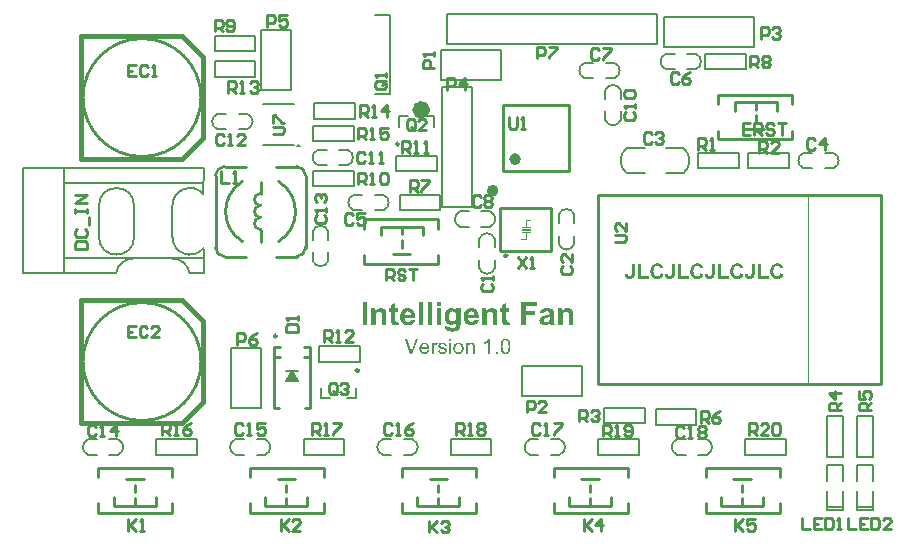
<source format=gto>
G04*
G04 #@! TF.GenerationSoftware,Altium Limited,Altium Designer,20.0.13 (296)*
G04*
G04 Layer_Color=65535*
%FSLAX25Y25*%
%MOIN*%
G70*
G01*
G75*
%ADD10C,0.01968*%
%ADD11C,0.02000*%
%ADD12C,0.00787*%
%ADD13C,0.00984*%
%ADD14C,0.01000*%
%ADD15C,0.03000*%
%ADD16C,0.00600*%
%ADD17C,0.00800*%
%ADD18C,0.00394*%
%ADD19C,0.00866*%
%ADD20C,0.01500*%
G36*
X181768Y325972D02*
X179539D01*
X180654Y327087D01*
X181768Y325972D01*
D01*
D02*
G37*
G36*
X231564Y261425D02*
X230944D01*
Y262132D01*
X231564D01*
Y261425D01*
D02*
G37*
G36*
X238264Y260820D02*
X238344Y260813D01*
X238439Y260798D01*
X238541Y260776D01*
X238650Y260747D01*
X238752Y260703D01*
X238767Y260696D01*
X238796Y260681D01*
X238847Y260660D01*
X238905Y260623D01*
X238978Y260579D01*
X239044Y260521D01*
X239109Y260463D01*
X239168Y260390D01*
X239175Y260383D01*
X239190Y260353D01*
X239211Y260317D01*
X239248Y260266D01*
X239277Y260193D01*
X239306Y260120D01*
X239343Y260033D01*
X239364Y259938D01*
Y259931D01*
X239372Y259901D01*
X239379Y259858D01*
X239386Y259799D01*
Y259712D01*
X239394Y259610D01*
X239401Y259486D01*
Y259333D01*
Y257087D01*
X238781D01*
Y259304D01*
Y259311D01*
Y259318D01*
Y259369D01*
Y259435D01*
X238774Y259515D01*
X238767Y259610D01*
X238752Y259705D01*
X238730Y259792D01*
X238708Y259872D01*
Y259880D01*
X238694Y259901D01*
X238672Y259938D01*
X238650Y259982D01*
X238614Y260025D01*
X238570Y260076D01*
X238511Y260127D01*
X238446Y260171D01*
X238439Y260178D01*
X238417Y260193D01*
X238373Y260208D01*
X238322Y260229D01*
X238264Y260251D01*
X238191Y260273D01*
X238103Y260280D01*
X238016Y260288D01*
X237979D01*
X237950Y260280D01*
X237877Y260273D01*
X237783Y260259D01*
X237681Y260222D01*
X237564Y260178D01*
X237447Y260120D01*
X237338Y260033D01*
X237323Y260018D01*
X237294Y259982D01*
X237272Y259952D01*
X237250Y259916D01*
X237221Y259872D01*
X237199Y259821D01*
X237170Y259763D01*
X237141Y259690D01*
X237119Y259610D01*
X237097Y259522D01*
X237083Y259428D01*
X237068Y259326D01*
X237053Y259202D01*
Y259078D01*
Y257087D01*
X236434D01*
Y260747D01*
X236988D01*
Y260222D01*
X236995Y260229D01*
X237010Y260251D01*
X237032Y260280D01*
X237061Y260317D01*
X237105Y260361D01*
X237156Y260412D01*
X237214Y260470D01*
X237287Y260528D01*
X237360Y260579D01*
X237447Y260638D01*
X237542Y260689D01*
X237644Y260733D01*
X237761Y260769D01*
X237877Y260798D01*
X238008Y260820D01*
X238147Y260827D01*
X238205D01*
X238264Y260820D01*
D02*
G37*
G36*
X226527D02*
X226607Y260805D01*
X226702Y260776D01*
X226804Y260740D01*
X226920Y260689D01*
X227044Y260623D01*
X226818Y260054D01*
X226811Y260062D01*
X226782Y260076D01*
X226738Y260098D01*
X226680Y260120D01*
X226614Y260142D01*
X226534Y260164D01*
X226454Y260178D01*
X226374Y260186D01*
X226337D01*
X226301Y260178D01*
X226250Y260171D01*
X226199Y260157D01*
X226133Y260135D01*
X226067Y260105D01*
X226009Y260062D01*
X226002Y260054D01*
X225980Y260040D01*
X225958Y260011D01*
X225922Y259974D01*
X225885Y259923D01*
X225849Y259865D01*
X225812Y259799D01*
X225783Y259719D01*
X225776Y259705D01*
X225769Y259661D01*
X225754Y259595D01*
X225732Y259508D01*
X225710Y259398D01*
X225696Y259275D01*
X225688Y259143D01*
X225681Y258998D01*
Y257087D01*
X225061D01*
Y260747D01*
X225623D01*
Y260193D01*
X225630Y260200D01*
X225659Y260251D01*
X225696Y260317D01*
X225754Y260397D01*
X225812Y260477D01*
X225878Y260565D01*
X225944Y260638D01*
X226009Y260696D01*
X226016Y260703D01*
X226038Y260718D01*
X226082Y260740D01*
X226126Y260762D01*
X226184Y260784D01*
X226257Y260805D01*
X226330Y260820D01*
X226410Y260827D01*
X226461D01*
X226527Y260820D01*
D02*
G37*
G36*
X228765D02*
X228874Y260813D01*
X228991Y260798D01*
X229115Y260769D01*
X229246Y260740D01*
X229370Y260696D01*
X229377D01*
X229384Y260689D01*
X229421Y260674D01*
X229479Y260645D01*
X229552Y260609D01*
X229632Y260558D01*
X229713Y260499D01*
X229785Y260434D01*
X229851Y260361D01*
X229858Y260353D01*
X229873Y260324D01*
X229902Y260273D01*
X229939Y260215D01*
X229975Y260127D01*
X230011Y260033D01*
X230041Y259923D01*
X230070Y259799D01*
X229465Y259719D01*
Y259734D01*
X229457Y259763D01*
X229443Y259814D01*
X229421Y259880D01*
X229384Y259945D01*
X229341Y260018D01*
X229290Y260091D01*
X229217Y260157D01*
X229209Y260164D01*
X229180Y260178D01*
X229137Y260208D01*
X229071Y260237D01*
X228998Y260266D01*
X228903Y260295D01*
X228787Y260310D01*
X228663Y260317D01*
X228590D01*
X228517Y260310D01*
X228422Y260302D01*
X228327Y260280D01*
X228225Y260259D01*
X228131Y260222D01*
X228050Y260171D01*
X228043Y260164D01*
X228021Y260149D01*
X227992Y260120D01*
X227963Y260076D01*
X227926Y260033D01*
X227897Y259974D01*
X227875Y259909D01*
X227868Y259843D01*
Y259836D01*
Y259821D01*
X227875Y259799D01*
Y259770D01*
X227897Y259697D01*
X227941Y259624D01*
X227948Y259617D01*
X227956Y259610D01*
X227970Y259588D01*
X227999Y259566D01*
X228028Y259544D01*
X228072Y259515D01*
X228123Y259493D01*
X228182Y259464D01*
X228189D01*
X228204Y259457D01*
X228233Y259449D01*
X228284Y259428D01*
X228357Y259406D01*
X228451Y259384D01*
X228510Y259362D01*
X228575Y259347D01*
X228648Y259326D01*
X228728Y259304D01*
X228736D01*
X228758Y259296D01*
X228794Y259289D01*
X228838Y259275D01*
X228889Y259260D01*
X228954Y259245D01*
X229093Y259202D01*
X229246Y259158D01*
X229399Y259107D01*
X229538Y259056D01*
X229596Y259034D01*
X229647Y259012D01*
X229661Y259005D01*
X229691Y258990D01*
X229734Y258968D01*
X229800Y258932D01*
X229866Y258888D01*
X229931Y258830D01*
X229997Y258764D01*
X230055Y258691D01*
X230062Y258684D01*
X230077Y258655D01*
X230106Y258611D01*
X230135Y258545D01*
X230157Y258465D01*
X230186Y258378D01*
X230201Y258276D01*
X230208Y258159D01*
Y258144D01*
Y258108D01*
X230201Y258050D01*
X230186Y257970D01*
X230165Y257882D01*
X230128Y257787D01*
X230084Y257678D01*
X230026Y257576D01*
X230019Y257561D01*
X229990Y257532D01*
X229953Y257481D01*
X229895Y257423D01*
X229815Y257357D01*
X229727Y257284D01*
X229625Y257219D01*
X229501Y257153D01*
X229494D01*
X229486Y257146D01*
X229443Y257131D01*
X229370Y257109D01*
X229275Y257080D01*
X229158Y257051D01*
X229027Y257029D01*
X228889Y257015D01*
X228728Y257007D01*
X228663D01*
X228612Y257015D01*
X228553D01*
X228481Y257022D01*
X228408Y257029D01*
X228327Y257044D01*
X228152Y257080D01*
X227970Y257131D01*
X227795Y257204D01*
X227715Y257248D01*
X227642Y257299D01*
X227635Y257306D01*
X227628Y257313D01*
X227584Y257357D01*
X227518Y257423D01*
X227445Y257525D01*
X227365Y257649D01*
X227285Y257795D01*
X227219Y257977D01*
X227168Y258181D01*
X227781Y258276D01*
Y258268D01*
Y258261D01*
X227795Y258217D01*
X227810Y258144D01*
X227839Y258064D01*
X227875Y257977D01*
X227919Y257882D01*
X227985Y257787D01*
X228065Y257707D01*
X228080Y257700D01*
X228109Y257678D01*
X228167Y257649D01*
X228240Y257612D01*
X228335Y257576D01*
X228444Y257547D01*
X228575Y257525D01*
X228728Y257518D01*
X228801D01*
X228874Y257525D01*
X228969Y257540D01*
X229071Y257561D01*
X229180Y257591D01*
X229275Y257627D01*
X229363Y257685D01*
X229370Y257693D01*
X229399Y257714D01*
X229428Y257751D01*
X229472Y257802D01*
X229508Y257860D01*
X229545Y257933D01*
X229567Y258006D01*
X229574Y258094D01*
Y258101D01*
Y258130D01*
X229567Y258166D01*
X229552Y258217D01*
X229530Y258268D01*
X229494Y258319D01*
X229450Y258378D01*
X229384Y258421D01*
X229377Y258429D01*
X229355Y258436D01*
X229319Y258458D01*
X229260Y258480D01*
X229173Y258509D01*
X229122Y258531D01*
X229064Y258545D01*
X228998Y258567D01*
X228925Y258589D01*
X228845Y258611D01*
X228750Y258633D01*
X228743D01*
X228721Y258640D01*
X228685Y258647D01*
X228641Y258662D01*
X228583Y258677D01*
X228517Y258699D01*
X228378Y258735D01*
X228218Y258786D01*
X228065Y258830D01*
X227919Y258881D01*
X227853Y258910D01*
X227802Y258932D01*
X227788Y258939D01*
X227759Y258954D01*
X227715Y258983D01*
X227657Y259019D01*
X227591Y259070D01*
X227525Y259129D01*
X227460Y259194D01*
X227402Y259275D01*
X227394Y259282D01*
X227380Y259311D01*
X227358Y259362D01*
X227336Y259420D01*
X227314Y259493D01*
X227292Y259581D01*
X227278Y259668D01*
X227270Y259770D01*
Y259785D01*
Y259814D01*
X227278Y259858D01*
X227285Y259923D01*
X227299Y259989D01*
X227314Y260069D01*
X227343Y260142D01*
X227380Y260222D01*
X227387Y260229D01*
X227402Y260259D01*
X227423Y260295D01*
X227460Y260346D01*
X227504Y260397D01*
X227555Y260463D01*
X227613Y260521D01*
X227686Y260572D01*
X227693Y260579D01*
X227715Y260587D01*
X227744Y260609D01*
X227788Y260630D01*
X227846Y260660D01*
X227912Y260689D01*
X227992Y260718D01*
X228080Y260747D01*
X228094Y260754D01*
X228123Y260762D01*
X228174Y260776D01*
X228240Y260791D01*
X228320Y260805D01*
X228408Y260813D01*
X228510Y260827D01*
X228685D01*
X228765Y260820D01*
D02*
G37*
G36*
X218654Y257087D02*
X217954D01*
X216000Y262132D01*
X216729D01*
X218041Y258465D01*
Y258458D01*
X218049Y258443D01*
X218056Y258421D01*
X218070Y258392D01*
X218078Y258349D01*
X218092Y258305D01*
X218129Y258196D01*
X218172Y258072D01*
X218216Y257933D01*
X218304Y257642D01*
Y257649D01*
X218311Y257663D01*
X218318Y257685D01*
X218325Y257714D01*
X218347Y257795D01*
X218384Y257904D01*
X218420Y258028D01*
X218464Y258166D01*
X218515Y258312D01*
X218573Y258465D01*
X219944Y262132D01*
X220622D01*
X218654Y257087D01*
D02*
G37*
G36*
X247121D02*
X246414D01*
Y257795D01*
X247121D01*
Y257087D01*
D02*
G37*
G36*
X244475D02*
X243855D01*
Y261031D01*
X243848Y261024D01*
X243811Y260995D01*
X243768Y260951D01*
X243695Y260900D01*
X243615Y260835D01*
X243513Y260762D01*
X243396Y260681D01*
X243265Y260601D01*
X243257D01*
X243250Y260594D01*
X243206Y260565D01*
X243133Y260528D01*
X243046Y260485D01*
X242944Y260434D01*
X242834Y260383D01*
X242725Y260332D01*
X242616Y260288D01*
Y260886D01*
X242623D01*
X242638Y260900D01*
X242667Y260907D01*
X242703Y260929D01*
X242747Y260951D01*
X242798Y260980D01*
X242922Y261053D01*
X243068Y261133D01*
X243214Y261235D01*
X243367Y261352D01*
X243520Y261476D01*
X243527Y261483D01*
X243534Y261491D01*
X243556Y261512D01*
X243585Y261534D01*
X243651Y261607D01*
X243739Y261695D01*
X243826Y261797D01*
X243921Y261913D01*
X244001Y262030D01*
X244074Y262154D01*
X244475D01*
Y257087D01*
D02*
G37*
G36*
X231564D02*
X230944D01*
Y260747D01*
X231564D01*
Y257087D01*
D02*
G37*
G36*
X234116Y260820D02*
X234181Y260813D01*
X234254Y260798D01*
X234334Y260784D01*
X234429Y260769D01*
X234626Y260703D01*
X234728Y260667D01*
X234830Y260616D01*
X234932Y260565D01*
X235034Y260492D01*
X235129Y260419D01*
X235224Y260332D01*
X235231Y260324D01*
X235246Y260310D01*
X235267Y260280D01*
X235297Y260244D01*
X235333Y260193D01*
X235377Y260127D01*
X235421Y260054D01*
X235464Y259974D01*
X235508Y259887D01*
X235552Y259777D01*
X235595Y259668D01*
X235632Y259544D01*
X235661Y259413D01*
X235683Y259275D01*
X235698Y259129D01*
X235705Y258968D01*
Y258961D01*
Y258939D01*
Y258903D01*
Y258852D01*
X235698Y258793D01*
X235690Y258720D01*
Y258647D01*
X235676Y258567D01*
X235654Y258385D01*
X235610Y258203D01*
X235559Y258021D01*
X235486Y257853D01*
Y257846D01*
X235479Y257838D01*
X235464Y257817D01*
X235450Y257787D01*
X235399Y257714D01*
X235333Y257627D01*
X235246Y257525D01*
X235136Y257423D01*
X235012Y257321D01*
X234866Y257226D01*
X234859D01*
X234852Y257219D01*
X234830Y257204D01*
X234794Y257189D01*
X234757Y257175D01*
X234713Y257160D01*
X234604Y257117D01*
X234480Y257080D01*
X234327Y257044D01*
X234167Y257015D01*
X233992Y257007D01*
X233919D01*
X233860Y257015D01*
X233795Y257022D01*
X233722Y257036D01*
X233634Y257051D01*
X233547Y257066D01*
X233350Y257124D01*
X233241Y257168D01*
X233139Y257211D01*
X233037Y257270D01*
X232935Y257335D01*
X232840Y257408D01*
X232745Y257496D01*
X232738Y257503D01*
X232723Y257518D01*
X232701Y257547D01*
X232672Y257591D01*
X232636Y257642D01*
X232599Y257700D01*
X232556Y257773D01*
X232512Y257860D01*
X232468Y257955D01*
X232424Y258064D01*
X232388Y258181D01*
X232351Y258305D01*
X232322Y258443D01*
X232300Y258589D01*
X232286Y258750D01*
X232279Y258917D01*
Y258932D01*
Y258961D01*
X232286Y259012D01*
Y259085D01*
X232293Y259165D01*
X232308Y259267D01*
X232322Y259369D01*
X232351Y259486D01*
X232381Y259602D01*
X232417Y259727D01*
X232461Y259858D01*
X232519Y259982D01*
X232577Y260098D01*
X232658Y260215D01*
X232738Y260324D01*
X232840Y260419D01*
X232847Y260426D01*
X232862Y260434D01*
X232891Y260455D01*
X232927Y260485D01*
X232971Y260514D01*
X233029Y260550D01*
X233088Y260587D01*
X233161Y260623D01*
X233241Y260660D01*
X233328Y260696D01*
X233525Y260762D01*
X233751Y260813D01*
X233868Y260820D01*
X233992Y260827D01*
X234065D01*
X234116Y260820D01*
D02*
G37*
G36*
X222765D02*
X222823Y260813D01*
X222896Y260798D01*
X222976Y260784D01*
X223071Y260762D01*
X223159Y260740D01*
X223261Y260703D01*
X223356Y260667D01*
X223458Y260616D01*
X223560Y260558D01*
X223662Y260492D01*
X223757Y260412D01*
X223844Y260324D01*
X223851Y260317D01*
X223866Y260302D01*
X223888Y260273D01*
X223917Y260229D01*
X223953Y260178D01*
X223990Y260120D01*
X224034Y260047D01*
X224077Y259960D01*
X224121Y259865D01*
X224165Y259763D01*
X224201Y259646D01*
X224238Y259522D01*
X224267Y259384D01*
X224289Y259238D01*
X224303Y259085D01*
X224311Y258917D01*
Y258910D01*
Y258881D01*
Y258830D01*
X224303Y258757D01*
X221570D01*
Y258750D01*
Y258728D01*
X221577Y258699D01*
Y258655D01*
X221584Y258604D01*
X221599Y258545D01*
X221621Y258414D01*
X221664Y258268D01*
X221723Y258108D01*
X221803Y257962D01*
X221905Y257831D01*
X221912D01*
X221919Y257817D01*
X221963Y257780D01*
X222029Y257729D01*
X222116Y257678D01*
X222233Y257620D01*
X222364Y257569D01*
X222510Y257532D01*
X222590Y257525D01*
X222678Y257518D01*
X222736D01*
X222802Y257525D01*
X222882Y257540D01*
X222969Y257561D01*
X223071Y257591D01*
X223166Y257634D01*
X223261Y257693D01*
X223268Y257700D01*
X223305Y257729D01*
X223348Y257773D01*
X223399Y257831D01*
X223458Y257911D01*
X223523Y258013D01*
X223589Y258130D01*
X223647Y258268D01*
X224289Y258188D01*
Y258181D01*
X224281Y258166D01*
X224274Y258137D01*
X224260Y258094D01*
X224238Y258050D01*
X224216Y257991D01*
X224158Y257868D01*
X224085Y257729D01*
X223983Y257583D01*
X223866Y257445D01*
X223720Y257313D01*
X223713D01*
X223698Y257299D01*
X223676Y257284D01*
X223647Y257262D01*
X223604Y257241D01*
X223560Y257219D01*
X223501Y257189D01*
X223436Y257160D01*
X223363Y257131D01*
X223290Y257102D01*
X223108Y257058D01*
X222904Y257022D01*
X222678Y257007D01*
X222597D01*
X222546Y257015D01*
X222481Y257022D01*
X222401Y257036D01*
X222313Y257051D01*
X222218Y257066D01*
X222014Y257124D01*
X221905Y257168D01*
X221803Y257211D01*
X221693Y257270D01*
X221591Y257335D01*
X221497Y257408D01*
X221402Y257496D01*
X221395Y257503D01*
X221380Y257518D01*
X221358Y257547D01*
X221329Y257591D01*
X221292Y257642D01*
X221256Y257700D01*
X221212Y257773D01*
X221169Y257853D01*
X221125Y257948D01*
X221081Y258050D01*
X221045Y258166D01*
X221008Y258290D01*
X220979Y258421D01*
X220957Y258567D01*
X220943Y258720D01*
X220935Y258881D01*
Y258888D01*
Y258925D01*
Y258968D01*
X220943Y259034D01*
X220950Y259114D01*
X220957Y259202D01*
X220972Y259304D01*
X220994Y259406D01*
X221052Y259639D01*
X221088Y259756D01*
X221132Y259880D01*
X221191Y259996D01*
X221256Y260105D01*
X221329Y260215D01*
X221409Y260317D01*
X221416Y260324D01*
X221431Y260339D01*
X221460Y260361D01*
X221497Y260397D01*
X221540Y260434D01*
X221599Y260477D01*
X221664Y260528D01*
X221744Y260572D01*
X221825Y260623D01*
X221919Y260667D01*
X222022Y260711D01*
X222131Y260747D01*
X222248Y260784D01*
X222372Y260805D01*
X222503Y260820D01*
X222641Y260827D01*
X222714D01*
X222765Y260820D01*
D02*
G37*
G36*
X249818Y262147D02*
X249913Y262132D01*
X250022Y262110D01*
X250139Y262081D01*
X250263Y262045D01*
X250380Y261986D01*
X250387D01*
X250394Y261979D01*
X250431Y261957D01*
X250489Y261921D01*
X250562Y261870D01*
X250642Y261797D01*
X250730Y261717D01*
X250810Y261622D01*
X250890Y261512D01*
X250897Y261498D01*
X250926Y261461D01*
X250956Y261396D01*
X251007Y261301D01*
X251050Y261192D01*
X251109Y261068D01*
X251160Y260922D01*
X251203Y260762D01*
Y260754D01*
X251211Y260740D01*
X251218Y260718D01*
X251225Y260681D01*
X251233Y260638D01*
X251240Y260587D01*
X251254Y260521D01*
X251262Y260448D01*
X251276Y260368D01*
X251284Y260280D01*
X251291Y260178D01*
X251306Y260076D01*
X251313Y259960D01*
Y259843D01*
X251320Y259712D01*
Y259573D01*
Y259566D01*
Y259537D01*
Y259486D01*
Y259428D01*
X251313Y259347D01*
Y259260D01*
X251306Y259165D01*
X251298Y259063D01*
X251276Y258830D01*
X251240Y258589D01*
X251196Y258356D01*
X251167Y258247D01*
X251131Y258137D01*
Y258130D01*
X251123Y258115D01*
X251109Y258086D01*
X251094Y258050D01*
X251080Y257999D01*
X251050Y257948D01*
X250992Y257824D01*
X250919Y257693D01*
X250824Y257547D01*
X250715Y257416D01*
X250584Y257292D01*
X250576D01*
X250569Y257277D01*
X250547Y257262D01*
X250518Y257248D01*
X250482Y257226D01*
X250445Y257197D01*
X250336Y257146D01*
X250205Y257095D01*
X250052Y257044D01*
X249869Y257015D01*
X249673Y257000D01*
X249600D01*
X249549Y257007D01*
X249490Y257015D01*
X249417Y257029D01*
X249337Y257044D01*
X249250Y257066D01*
X249162Y257095D01*
X249067Y257124D01*
X248973Y257168D01*
X248878Y257219D01*
X248783Y257277D01*
X248688Y257350D01*
X248601Y257430D01*
X248521Y257518D01*
X248513Y257525D01*
X248499Y257547D01*
X248477Y257583D01*
X248441Y257642D01*
X248404Y257707D01*
X248368Y257795D01*
X248317Y257897D01*
X248273Y258013D01*
X248229Y258144D01*
X248185Y258298D01*
X248142Y258465D01*
X248105Y258655D01*
X248069Y258859D01*
X248047Y259078D01*
X248032Y259318D01*
X248025Y259573D01*
Y259581D01*
Y259610D01*
Y259661D01*
Y259719D01*
X248032Y259799D01*
Y259887D01*
X248040Y259982D01*
X248047Y260091D01*
X248069Y260317D01*
X248105Y260558D01*
X248149Y260798D01*
X248178Y260907D01*
X248207Y261017D01*
Y261024D01*
X248215Y261039D01*
X248229Y261068D01*
X248244Y261104D01*
X248258Y261155D01*
X248287Y261206D01*
X248346Y261330D01*
X248419Y261461D01*
X248513Y261600D01*
X248623Y261738D01*
X248754Y261855D01*
X248761D01*
X248769Y261870D01*
X248790Y261884D01*
X248820Y261899D01*
X248856Y261928D01*
X248900Y261950D01*
X249009Y262008D01*
X249140Y262059D01*
X249293Y262110D01*
X249476Y262139D01*
X249673Y262154D01*
X249738D01*
X249818Y262147D01*
D02*
G37*
G36*
X228166Y272949D02*
X226713D01*
Y274293D01*
X228166D01*
Y272949D01*
D02*
G37*
G36*
X270564Y272326D02*
X270684Y272315D01*
X270815Y272293D01*
X270957Y272260D01*
X271110Y272217D01*
X271263Y272162D01*
X271285Y272151D01*
X271329Y272129D01*
X271406Y272096D01*
X271493Y272042D01*
X271591Y271976D01*
X271690Y271900D01*
X271788Y271812D01*
X271876Y271714D01*
X271886Y271703D01*
X271908Y271670D01*
X271941Y271615D01*
X271985Y271539D01*
X272039Y271451D01*
X272083Y271342D01*
X272127Y271233D01*
X272160Y271102D01*
Y271091D01*
X272171Y271036D01*
X272193Y270960D01*
X272203Y270850D01*
X272225Y270719D01*
X272236Y270544D01*
X272247Y270358D01*
Y270129D01*
Y266730D01*
X270793D01*
Y269517D01*
Y269528D01*
Y269561D01*
Y269604D01*
Y269659D01*
Y269736D01*
Y269812D01*
X270782Y269998D01*
X270772Y270184D01*
X270750Y270380D01*
X270728Y270544D01*
X270717Y270610D01*
X270695Y270665D01*
Y270675D01*
X270673Y270708D01*
X270651Y270752D01*
X270619Y270817D01*
X270520Y270949D01*
X270465Y271014D01*
X270389Y271069D01*
X270378Y271080D01*
X270356Y271091D01*
X270312Y271113D01*
X270247Y271145D01*
X270170Y271178D01*
X270094Y271200D01*
X269995Y271211D01*
X269886Y271222D01*
X269821D01*
X269755Y271211D01*
X269668Y271200D01*
X269558Y271167D01*
X269449Y271134D01*
X269329Y271080D01*
X269209Y271014D01*
X269198Y271003D01*
X269165Y270982D01*
X269110Y270927D01*
X269045Y270872D01*
X268979Y270785D01*
X268914Y270697D01*
X268848Y270577D01*
X268804Y270457D01*
Y270446D01*
X268782Y270391D01*
X268771Y270304D01*
X268749Y270173D01*
X268739Y270096D01*
X268728Y269998D01*
X268717Y269899D01*
Y269779D01*
X268706Y269659D01*
X268695Y269517D01*
Y269364D01*
Y269200D01*
Y266730D01*
X267241D01*
Y272217D01*
X268586D01*
Y271408D01*
X268597Y271419D01*
X268618Y271451D01*
X268662Y271495D01*
X268717Y271550D01*
X268782Y271626D01*
X268870Y271703D01*
X268968Y271790D01*
X269077Y271878D01*
X269198Y271954D01*
X269340Y272042D01*
X269482Y272118D01*
X269646Y272195D01*
X269821Y272249D01*
X269995Y272293D01*
X270192Y272326D01*
X270389Y272337D01*
X270465D01*
X270564Y272326D01*
D02*
G37*
G36*
X245305D02*
X245425Y272315D01*
X245556Y272293D01*
X245698Y272260D01*
X245851Y272217D01*
X246004Y272162D01*
X246026Y272151D01*
X246070Y272129D01*
X246146Y272096D01*
X246234Y272042D01*
X246332Y271976D01*
X246430Y271900D01*
X246529Y271812D01*
X246616Y271714D01*
X246627Y271703D01*
X246649Y271670D01*
X246682Y271615D01*
X246726Y271539D01*
X246780Y271451D01*
X246824Y271342D01*
X246868Y271233D01*
X246900Y271102D01*
Y271091D01*
X246911Y271036D01*
X246933Y270960D01*
X246944Y270850D01*
X246966Y270719D01*
X246977Y270544D01*
X246988Y270358D01*
Y270129D01*
Y266730D01*
X245534D01*
Y269517D01*
Y269528D01*
Y269561D01*
Y269604D01*
Y269659D01*
Y269736D01*
Y269812D01*
X245523Y269998D01*
X245512Y270184D01*
X245491Y270380D01*
X245469Y270544D01*
X245458Y270610D01*
X245436Y270665D01*
Y270675D01*
X245414Y270708D01*
X245392Y270752D01*
X245359Y270817D01*
X245261Y270949D01*
X245206Y271014D01*
X245130Y271069D01*
X245119Y271080D01*
X245097Y271091D01*
X245053Y271113D01*
X244988Y271145D01*
X244911Y271178D01*
X244835Y271200D01*
X244736Y271211D01*
X244627Y271222D01*
X244561D01*
X244496Y271211D01*
X244408Y271200D01*
X244299Y271167D01*
X244190Y271134D01*
X244070Y271080D01*
X243949Y271014D01*
X243938Y271003D01*
X243906Y270982D01*
X243851Y270927D01*
X243785Y270872D01*
X243720Y270785D01*
X243654Y270697D01*
X243589Y270577D01*
X243545Y270457D01*
Y270446D01*
X243523Y270391D01*
X243512Y270304D01*
X243490Y270173D01*
X243479Y270096D01*
X243468Y269998D01*
X243458Y269899D01*
Y269779D01*
X243447Y269659D01*
X243436Y269517D01*
Y269364D01*
Y269200D01*
Y266730D01*
X241982D01*
Y272217D01*
X243326D01*
Y271408D01*
X243337Y271419D01*
X243359Y271451D01*
X243403Y271495D01*
X243458Y271550D01*
X243523Y271626D01*
X243611Y271703D01*
X243709Y271790D01*
X243818Y271878D01*
X243938Y271954D01*
X244080Y272042D01*
X244223Y272118D01*
X244387Y272195D01*
X244561Y272249D01*
X244736Y272293D01*
X244933Y272326D01*
X245130Y272337D01*
X245206D01*
X245305Y272326D01*
D02*
G37*
G36*
X208285D02*
X208405Y272315D01*
X208536Y272293D01*
X208678Y272260D01*
X208831Y272217D01*
X208984Y272162D01*
X209006Y272151D01*
X209050Y272129D01*
X209126Y272096D01*
X209214Y272042D01*
X209312Y271976D01*
X209411Y271900D01*
X209509Y271812D01*
X209596Y271714D01*
X209607Y271703D01*
X209629Y271670D01*
X209662Y271615D01*
X209706Y271539D01*
X209760Y271451D01*
X209804Y271342D01*
X209848Y271233D01*
X209880Y271102D01*
Y271091D01*
X209892Y271036D01*
X209913Y270960D01*
X209924Y270850D01*
X209946Y270719D01*
X209957Y270544D01*
X209968Y270358D01*
Y270129D01*
Y266730D01*
X208514D01*
Y269517D01*
Y269528D01*
Y269561D01*
Y269604D01*
Y269659D01*
Y269736D01*
Y269812D01*
X208503Y269998D01*
X208492Y270184D01*
X208471Y270380D01*
X208449Y270544D01*
X208438Y270610D01*
X208416Y270665D01*
Y270675D01*
X208394Y270708D01*
X208372Y270752D01*
X208339Y270817D01*
X208241Y270949D01*
X208186Y271014D01*
X208110Y271069D01*
X208099Y271080D01*
X208077Y271091D01*
X208033Y271113D01*
X207968Y271145D01*
X207891Y271178D01*
X207815Y271200D01*
X207716Y271211D01*
X207607Y271222D01*
X207541D01*
X207476Y271211D01*
X207388Y271200D01*
X207279Y271167D01*
X207170Y271134D01*
X207050Y271080D01*
X206929Y271014D01*
X206919Y271003D01*
X206886Y270982D01*
X206831Y270927D01*
X206766Y270872D01*
X206700Y270785D01*
X206634Y270697D01*
X206569Y270577D01*
X206525Y270457D01*
Y270446D01*
X206503Y270391D01*
X206492Y270304D01*
X206470Y270173D01*
X206459Y270096D01*
X206449Y269998D01*
X206438Y269899D01*
Y269779D01*
X206427Y269659D01*
X206416Y269517D01*
Y269364D01*
Y269200D01*
Y266730D01*
X204962D01*
Y272217D01*
X206306D01*
Y271408D01*
X206317Y271419D01*
X206339Y271451D01*
X206383Y271495D01*
X206438Y271550D01*
X206503Y271626D01*
X206591Y271703D01*
X206689Y271790D01*
X206798Y271878D01*
X206919Y271954D01*
X207061Y272042D01*
X207203Y272118D01*
X207367Y272195D01*
X207541Y272249D01*
X207716Y272293D01*
X207913Y272326D01*
X208110Y272337D01*
X208186D01*
X208285Y272326D01*
D02*
G37*
G36*
X263755D02*
X263842D01*
X264060Y272304D01*
X264290Y272282D01*
X264530Y272238D01*
X264760Y272173D01*
X264858Y272140D01*
X264957Y272096D01*
X264968D01*
X264979Y272085D01*
X265033Y272053D01*
X265121Y272009D01*
X265219Y271943D01*
X265339Y271856D01*
X265449Y271758D01*
X265547Y271637D01*
X265634Y271517D01*
X265645Y271495D01*
X265667Y271451D01*
X265700Y271353D01*
X265711Y271299D01*
X265733Y271222D01*
X265755Y271145D01*
X265766Y271047D01*
X265788Y270938D01*
X265798Y270817D01*
X265809Y270686D01*
X265820Y270544D01*
X265831Y270391D01*
Y270216D01*
X265809Y268522D01*
Y268511D01*
Y268489D01*
Y268457D01*
Y268402D01*
Y268271D01*
X265820Y268118D01*
Y267943D01*
X265842Y267768D01*
X265853Y267593D01*
X265875Y267451D01*
Y267440D01*
X265886Y267396D01*
X265908Y267320D01*
X265930Y267232D01*
X265973Y267123D01*
X266017Y267003D01*
X266072Y266872D01*
X266137Y266730D01*
X264705D01*
Y266741D01*
X264694Y266752D01*
X264684Y266795D01*
X264662Y266839D01*
X264640Y266894D01*
X264618Y266970D01*
X264596Y267058D01*
X264563Y267156D01*
Y267167D01*
X264552Y267178D01*
X264542Y267222D01*
X264520Y267276D01*
X264509Y267320D01*
X264487Y267309D01*
X264443Y267265D01*
X264367Y267200D01*
X264268Y267123D01*
X264148Y267036D01*
X264017Y266937D01*
X263864Y266861D01*
X263711Y266784D01*
X263689Y266773D01*
X263634Y266762D01*
X263547Y266730D01*
X263438Y266697D01*
X263306Y266664D01*
X263153Y266642D01*
X262979Y266620D01*
X262804Y266610D01*
X262727D01*
X262662Y266620D01*
X262596D01*
X262509Y266631D01*
X262323Y266664D01*
X262104Y266719D01*
X261885Y266795D01*
X261667Y266905D01*
X261470Y267058D01*
Y267069D01*
X261448Y267079D01*
X261394Y267145D01*
X261317Y267243D01*
X261230Y267375D01*
X261142Y267538D01*
X261066Y267735D01*
X261011Y267965D01*
X261000Y268085D01*
X260989Y268216D01*
Y268238D01*
Y268293D01*
X261000Y268380D01*
X261022Y268489D01*
X261044Y268621D01*
X261077Y268752D01*
X261131Y268894D01*
X261208Y269036D01*
X261219Y269058D01*
X261251Y269102D01*
X261295Y269167D01*
X261372Y269244D01*
X261448Y269331D01*
X261558Y269429D01*
X261678Y269517D01*
X261820Y269593D01*
X261842Y269604D01*
X261896Y269626D01*
X261984Y269659D01*
X262115Y269714D01*
X262279Y269768D01*
X262476Y269823D01*
X262716Y269878D01*
X262979Y269932D01*
X262989D01*
X263022Y269943D01*
X263077Y269954D01*
X263142Y269965D01*
X263230Y269976D01*
X263328Y269998D01*
X263547Y270052D01*
X263776Y270107D01*
X264017Y270162D01*
X264225Y270227D01*
X264323Y270260D01*
X264399Y270293D01*
Y270435D01*
Y270457D01*
Y270501D01*
X264388Y270577D01*
X264377Y270675D01*
X264345Y270774D01*
X264312Y270872D01*
X264257Y270960D01*
X264181Y271036D01*
X264170Y271047D01*
X264137Y271069D01*
X264082Y271091D01*
X264006Y271134D01*
X263897Y271167D01*
X263765Y271189D01*
X263601Y271211D01*
X263405Y271222D01*
X263339D01*
X263274Y271211D01*
X263186Y271200D01*
X263088Y271178D01*
X262979Y271156D01*
X262880Y271113D01*
X262793Y271058D01*
X262782Y271047D01*
X262760Y271025D01*
X262716Y270992D01*
X262672Y270938D01*
X262607Y270861D01*
X262552Y270763D01*
X262498Y270654D01*
X262443Y270522D01*
X261142Y270763D01*
Y270774D01*
X261153Y270796D01*
X261164Y270839D01*
X261186Y270894D01*
X261208Y270960D01*
X261241Y271036D01*
X261317Y271211D01*
X261426Y271397D01*
X261558Y271594D01*
X261711Y271779D01*
X261896Y271943D01*
X261907D01*
X261918Y271965D01*
X261951Y271976D01*
X261995Y272009D01*
X262060Y272031D01*
X262126Y272064D01*
X262213Y272107D01*
X262301Y272140D01*
X262410Y272173D01*
X262530Y272217D01*
X262662Y272249D01*
X262814Y272271D01*
X262967Y272304D01*
X263142Y272315D01*
X263317Y272337D01*
X263678D01*
X263755Y272326D01*
D02*
G37*
G36*
X260126Y273014D02*
X256464D01*
Y271222D01*
X259623D01*
Y269943D01*
X256464D01*
Y266730D01*
X254934D01*
Y274293D01*
X260126D01*
Y273014D01*
D02*
G37*
G36*
X228166Y266730D02*
X226713D01*
Y272217D01*
X228166D01*
Y266730D01*
D02*
G37*
G36*
X225226D02*
X223773D01*
Y274293D01*
X225226D01*
Y266730D01*
D02*
G37*
G36*
X222286D02*
X220832D01*
Y274293D01*
X222286D01*
Y266730D01*
D02*
G37*
G36*
X203530D02*
X202000D01*
Y274293D01*
X203530D01*
Y266730D01*
D02*
G37*
G36*
X249983Y272217D02*
X250977D01*
Y271058D01*
X249983D01*
Y268839D01*
Y268828D01*
Y268806D01*
Y268774D01*
Y268730D01*
Y268621D01*
Y268489D01*
X249994Y268358D01*
Y268227D01*
Y268129D01*
X250005Y268085D01*
Y268063D01*
X250015Y268041D01*
X250037Y267998D01*
X250070Y267943D01*
X250136Y267877D01*
X250158Y267866D01*
X250201Y267845D01*
X250278Y267823D01*
X250376Y267812D01*
X250420D01*
X250464Y267823D01*
X250529Y267834D01*
X250617Y267845D01*
X250715Y267866D01*
X250835Y267899D01*
X250966Y267943D01*
X251098Y266817D01*
X251087D01*
X251076Y266806D01*
X251010Y266784D01*
X250901Y266752D01*
X250759Y266719D01*
X250595Y266675D01*
X250398Y266642D01*
X250179Y266620D01*
X249950Y266610D01*
X249884D01*
X249808Y266620D01*
X249710Y266631D01*
X249600Y266642D01*
X249480Y266664D01*
X249360Y266697D01*
X249239Y266741D01*
X249229Y266752D01*
X249185Y266762D01*
X249130Y266795D01*
X249065Y266828D01*
X248912Y266937D01*
X248835Y267003D01*
X248769Y267079D01*
X248759Y267090D01*
X248748Y267123D01*
X248726Y267167D01*
X248693Y267232D01*
X248660Y267309D01*
X248627Y267407D01*
X248595Y267517D01*
X248573Y267637D01*
Y267648D01*
X248562Y267692D01*
Y267757D01*
X248551Y267866D01*
X248540Y268008D01*
Y268183D01*
X248529Y268282D01*
Y268402D01*
Y268522D01*
Y268664D01*
Y271058D01*
X247862D01*
Y272217D01*
X248529D01*
Y273310D01*
X249983Y274162D01*
Y272217D01*
D02*
G37*
G36*
X238408Y272326D02*
X238506Y272315D01*
X238626Y272293D01*
X238758Y272271D01*
X238900Y272238D01*
X239053Y272195D01*
X239206Y272140D01*
X239370Y272075D01*
X239534Y271987D01*
X239687Y271900D01*
X239840Y271790D01*
X239993Y271659D01*
X240124Y271517D01*
X240135Y271506D01*
X240157Y271484D01*
X240189Y271430D01*
X240233Y271364D01*
X240288Y271277D01*
X240342Y271178D01*
X240408Y271047D01*
X240474Y270905D01*
X240539Y270741D01*
X240605Y270555D01*
X240659Y270358D01*
X240714Y270129D01*
X240758Y269888D01*
X240791Y269626D01*
X240812Y269353D01*
Y269047D01*
X237184D01*
Y269036D01*
Y269014D01*
Y268981D01*
X237195Y268938D01*
X237206Y268828D01*
X237227Y268675D01*
X237271Y268522D01*
X237337Y268347D01*
X237413Y268183D01*
X237523Y268041D01*
X237533Y268030D01*
X237588Y267987D01*
X237654Y267932D01*
X237752Y267866D01*
X237872Y267801D01*
X238025Y267746D01*
X238189Y267703D01*
X238364Y267692D01*
X238419D01*
X238484Y267703D01*
X238561Y267713D01*
X238648Y267735D01*
X238747Y267768D01*
X238845Y267812D01*
X238932Y267877D01*
X238943Y267888D01*
X238976Y267910D01*
X239020Y267954D01*
X239064Y268020D01*
X239129Y268107D01*
X239184Y268205D01*
X239239Y268336D01*
X239293Y268478D01*
X240736Y268238D01*
Y268227D01*
X240725Y268205D01*
X240703Y268162D01*
X240681Y268107D01*
X240649Y268041D01*
X240616Y267965D01*
X240517Y267790D01*
X240397Y267593D01*
X240244Y267386D01*
X240058Y267200D01*
X239851Y267025D01*
X239840D01*
X239829Y267003D01*
X239785Y266992D01*
X239741Y266959D01*
X239687Y266927D01*
X239610Y266894D01*
X239534Y266861D01*
X239435Y266817D01*
X239217Y266741D01*
X238965Y266675D01*
X238670Y266631D01*
X238353Y266610D01*
X238288D01*
X238222Y266620D01*
X238124D01*
X238003Y266642D01*
X237861Y266664D01*
X237708Y266686D01*
X237555Y266730D01*
X237380Y266773D01*
X237206Y266839D01*
X237031Y266915D01*
X236856Y267003D01*
X236681Y267112D01*
X236517Y267232D01*
X236375Y267375D01*
X236233Y267538D01*
X236222Y267549D01*
X236211Y267571D01*
X236189Y267615D01*
X236145Y267670D01*
X236112Y267746D01*
X236069Y267834D01*
X236014Y267932D01*
X235970Y268052D01*
X235916Y268183D01*
X235872Y268325D01*
X235817Y268478D01*
X235785Y268653D01*
X235752Y268828D01*
X235719Y269014D01*
X235708Y269222D01*
X235697Y269429D01*
Y269440D01*
Y269484D01*
Y269561D01*
X235708Y269659D01*
X235719Y269768D01*
X235730Y269899D01*
X235752Y270041D01*
X235785Y270205D01*
X235872Y270544D01*
X235927Y270719D01*
X235992Y270905D01*
X236080Y271080D01*
X236178Y271244D01*
X236287Y271408D01*
X236408Y271561D01*
X236419Y271572D01*
X236440Y271594D01*
X236484Y271637D01*
X236539Y271681D01*
X236604Y271736D01*
X236692Y271801D01*
X236790Y271878D01*
X236899Y271954D01*
X237020Y272020D01*
X237162Y272096D01*
X237304Y272162D01*
X237468Y272217D01*
X237632Y272260D01*
X237818Y272304D01*
X238003Y272326D01*
X238200Y272337D01*
X238320D01*
X238408Y272326D01*
D02*
G37*
G36*
X217247D02*
X217346Y272315D01*
X217466Y272293D01*
X217597Y272271D01*
X217739Y272238D01*
X217892Y272195D01*
X218045Y272140D01*
X218209Y272075D01*
X218373Y271987D01*
X218526Y271900D01*
X218679Y271790D01*
X218832Y271659D01*
X218963Y271517D01*
X218974Y271506D01*
X218996Y271484D01*
X219029Y271430D01*
X219073Y271364D01*
X219127Y271277D01*
X219182Y271178D01*
X219248Y271047D01*
X219313Y270905D01*
X219379Y270741D01*
X219444Y270555D01*
X219499Y270358D01*
X219554Y270129D01*
X219597Y269888D01*
X219630Y269626D01*
X219652Y269353D01*
Y269047D01*
X216023D01*
Y269036D01*
Y269014D01*
Y268981D01*
X216034Y268938D01*
X216045Y268828D01*
X216067Y268675D01*
X216111Y268522D01*
X216176Y268347D01*
X216253Y268183D01*
X216362Y268041D01*
X216373Y268030D01*
X216428Y267987D01*
X216493Y267932D01*
X216592Y267866D01*
X216712Y267801D01*
X216865Y267746D01*
X217029Y267703D01*
X217204Y267692D01*
X217258D01*
X217324Y267703D01*
X217400Y267713D01*
X217488Y267735D01*
X217586Y267768D01*
X217685Y267812D01*
X217772Y267877D01*
X217783Y267888D01*
X217816Y267910D01*
X217859Y267954D01*
X217903Y268020D01*
X217969Y268107D01*
X218023Y268205D01*
X218078Y268336D01*
X218133Y268478D01*
X219575Y268238D01*
Y268227D01*
X219565Y268205D01*
X219543Y268162D01*
X219521Y268107D01*
X219488Y268041D01*
X219455Y267965D01*
X219357Y267790D01*
X219237Y267593D01*
X219084Y267386D01*
X218898Y267200D01*
X218690Y267025D01*
X218679D01*
X218668Y267003D01*
X218624Y266992D01*
X218581Y266959D01*
X218526Y266927D01*
X218450Y266894D01*
X218373Y266861D01*
X218275Y266817D01*
X218056Y266741D01*
X217805Y266675D01*
X217510Y266631D01*
X217193Y266610D01*
X217127D01*
X217061Y266620D01*
X216963D01*
X216843Y266642D01*
X216701Y266664D01*
X216548Y266686D01*
X216395Y266730D01*
X216220Y266773D01*
X216045Y266839D01*
X215870Y266915D01*
X215695Y267003D01*
X215520Y267112D01*
X215356Y267232D01*
X215214Y267375D01*
X215072Y267538D01*
X215061Y267549D01*
X215050Y267571D01*
X215029Y267615D01*
X214985Y267670D01*
X214952Y267746D01*
X214908Y267834D01*
X214854Y267932D01*
X214810Y268052D01*
X214755Y268183D01*
X214712Y268325D01*
X214657Y268478D01*
X214624Y268653D01*
X214591Y268828D01*
X214559Y269014D01*
X214548Y269222D01*
X214537Y269429D01*
Y269440D01*
Y269484D01*
Y269561D01*
X214548Y269659D01*
X214559Y269768D01*
X214569Y269899D01*
X214591Y270041D01*
X214624Y270205D01*
X214712Y270544D01*
X214766Y270719D01*
X214832Y270905D01*
X214919Y271080D01*
X215018Y271244D01*
X215127Y271408D01*
X215247Y271561D01*
X215258Y271572D01*
X215280Y271594D01*
X215324Y271637D01*
X215378Y271681D01*
X215444Y271736D01*
X215531Y271801D01*
X215630Y271878D01*
X215739Y271954D01*
X215859Y272020D01*
X216001Y272096D01*
X216143Y272162D01*
X216307Y272217D01*
X216471Y272260D01*
X216657Y272304D01*
X216843Y272326D01*
X217040Y272337D01*
X217160D01*
X217247Y272326D01*
D02*
G37*
G36*
X212963Y272217D02*
X213957D01*
Y271058D01*
X212963D01*
Y268839D01*
Y268828D01*
Y268806D01*
Y268774D01*
Y268730D01*
Y268621D01*
Y268489D01*
X212974Y268358D01*
Y268227D01*
Y268129D01*
X212985Y268085D01*
Y268063D01*
X212996Y268041D01*
X213017Y267998D01*
X213050Y267943D01*
X213116Y267877D01*
X213138Y267866D01*
X213181Y267845D01*
X213258Y267823D01*
X213356Y267812D01*
X213400D01*
X213444Y267823D01*
X213509Y267834D01*
X213597Y267845D01*
X213695Y267866D01*
X213815Y267899D01*
X213947Y267943D01*
X214078Y266817D01*
X214067D01*
X214056Y266806D01*
X213990Y266784D01*
X213881Y266752D01*
X213739Y266719D01*
X213575Y266675D01*
X213378Y266642D01*
X213159Y266620D01*
X212930Y266610D01*
X212864D01*
X212788Y266620D01*
X212689Y266631D01*
X212580Y266642D01*
X212460Y266664D01*
X212340Y266697D01*
X212220Y266741D01*
X212209Y266752D01*
X212165Y266762D01*
X212110Y266795D01*
X212045Y266828D01*
X211892Y266937D01*
X211815Y267003D01*
X211750Y267079D01*
X211739Y267090D01*
X211728Y267123D01*
X211706Y267167D01*
X211673Y267232D01*
X211640Y267309D01*
X211608Y267407D01*
X211575Y267517D01*
X211553Y267637D01*
Y267648D01*
X211542Y267692D01*
Y267757D01*
X211531Y267866D01*
X211520Y268008D01*
Y268183D01*
X211509Y268282D01*
Y268402D01*
Y268522D01*
Y268664D01*
Y271058D01*
X210842D01*
Y272217D01*
X211509D01*
Y273310D01*
X212963Y274162D01*
Y272217D01*
D02*
G37*
G36*
X231740Y272326D02*
X231817D01*
X231894Y272304D01*
X232003Y272293D01*
X232112Y272260D01*
X232232Y272228D01*
X232364Y272173D01*
X232495Y272118D01*
X232637Y272042D01*
X232779Y271954D01*
X232921Y271856D01*
X233063Y271725D01*
X233194Y271594D01*
X233325Y271430D01*
Y272217D01*
X234681D01*
Y267287D01*
Y267276D01*
Y267243D01*
Y267200D01*
Y267134D01*
Y267047D01*
X234670Y266959D01*
X234659Y266752D01*
X234637Y266511D01*
X234615Y266271D01*
X234571Y266041D01*
X234549Y265943D01*
X234517Y265844D01*
X234506Y265823D01*
X234484Y265768D01*
X234451Y265680D01*
X234397Y265571D01*
X234331Y265451D01*
X234254Y265320D01*
X234167Y265199D01*
X234058Y265090D01*
X234047Y265079D01*
X234003Y265047D01*
X233938Y264992D01*
X233861Y264937D01*
X233752Y264872D01*
X233621Y264795D01*
X233468Y264729D01*
X233293Y264664D01*
X233271Y264653D01*
X233205Y264642D01*
X233107Y264609D01*
X232965Y264587D01*
X232779Y264555D01*
X232571Y264522D01*
X232331Y264511D01*
X232068Y264500D01*
X231937D01*
X231839Y264511D01*
X231730D01*
X231598Y264522D01*
X231456Y264544D01*
X231303Y264566D01*
X230975Y264620D01*
X230647Y264708D01*
X230494Y264762D01*
X230342Y264828D01*
X230210Y264894D01*
X230090Y264981D01*
X230079Y264992D01*
X230068Y265003D01*
X230003Y265068D01*
X229904Y265167D01*
X229806Y265309D01*
X229697Y265484D01*
X229598Y265691D01*
X229533Y265932D01*
X229522Y266063D01*
X229511Y266194D01*
Y266205D01*
Y266249D01*
Y266303D01*
X229522Y266369D01*
X231183Y266172D01*
Y266161D01*
X231194Y266129D01*
X231205Y266074D01*
X231216Y266019D01*
X231271Y265888D01*
X231314Y265823D01*
X231369Y265779D01*
X231380Y265768D01*
X231413Y265757D01*
X231456Y265724D01*
X231533Y265702D01*
X231620Y265669D01*
X231730Y265637D01*
X231861Y265626D01*
X232014Y265615D01*
X232112D01*
X232210Y265626D01*
X232331Y265637D01*
X232473Y265659D01*
X232615Y265691D01*
X232746Y265735D01*
X232866Y265790D01*
X232877Y265801D01*
X232899Y265812D01*
X232932Y265833D01*
X232976Y265877D01*
X233019Y265932D01*
X233063Y265997D01*
X233107Y266074D01*
X233151Y266161D01*
Y266172D01*
X233161Y266194D01*
X233172Y266238D01*
X233194Y266314D01*
X233205Y266402D01*
X233216Y266511D01*
X233227Y266653D01*
Y266817D01*
Y267615D01*
X233216Y267604D01*
X233194Y267582D01*
X233161Y267538D01*
X233107Y267473D01*
X233052Y267407D01*
X232976Y267331D01*
X232877Y267254D01*
X232779Y267178D01*
X232670Y267090D01*
X232538Y267014D01*
X232265Y266872D01*
X232112Y266817D01*
X231948Y266773D01*
X231773Y266741D01*
X231588Y266730D01*
X231544D01*
X231478Y266741D01*
X231402D01*
X231314Y266762D01*
X231205Y266784D01*
X231085Y266806D01*
X230954Y266850D01*
X230822Y266894D01*
X230680Y266959D01*
X230527Y267036D01*
X230385Y267123D01*
X230243Y267232D01*
X230101Y267353D01*
X229970Y267495D01*
X229839Y267659D01*
Y267670D01*
X229817Y267692D01*
X229795Y267735D01*
X229762Y267790D01*
X229718Y267866D01*
X229675Y267954D01*
X229631Y268052D01*
X229587Y268173D01*
X229544Y268293D01*
X229500Y268435D01*
X229456Y268588D01*
X229412Y268752D01*
X229358Y269102D01*
X229347Y269298D01*
X229336Y269495D01*
Y269506D01*
Y269561D01*
Y269626D01*
X229347Y269724D01*
X229358Y269834D01*
X229369Y269965D01*
X229391Y270118D01*
X229423Y270271D01*
X229500Y270621D01*
X229555Y270796D01*
X229609Y270971D01*
X229686Y271134D01*
X229773Y271309D01*
X229872Y271462D01*
X229992Y271604D01*
X230003Y271615D01*
X230025Y271637D01*
X230057Y271670D01*
X230112Y271725D01*
X230177Y271779D01*
X230254Y271834D01*
X230342Y271900D01*
X230451Y271976D01*
X230560Y272042D01*
X230691Y272107D01*
X230964Y272228D01*
X231129Y272271D01*
X231292Y272304D01*
X231467Y272326D01*
X231642Y272337D01*
X231686D01*
X231740Y272326D01*
D02*
G37*
G36*
X340406Y287227D02*
X340486Y287220D01*
X340574Y287205D01*
X340676Y287191D01*
X340785Y287169D01*
X340902Y287139D01*
X341026Y287103D01*
X341150Y287059D01*
X341281Y287001D01*
X341405Y286943D01*
X341521Y286870D01*
X341645Y286782D01*
X341755Y286687D01*
X341762D01*
X341769Y286673D01*
X341791Y286651D01*
X341813Y286629D01*
X341842Y286593D01*
X341871Y286549D01*
X341951Y286447D01*
X342032Y286316D01*
X342119Y286155D01*
X342199Y285973D01*
X342272Y285762D01*
X341266Y285521D01*
Y285528D01*
X341259Y285536D01*
Y285558D01*
X341244Y285587D01*
X341223Y285652D01*
X341186Y285740D01*
X341135Y285842D01*
X341070Y285944D01*
X340982Y286046D01*
X340887Y286133D01*
X340873Y286141D01*
X340836Y286170D01*
X340778Y286206D01*
X340698Y286250D01*
X340596Y286294D01*
X340479Y286330D01*
X340348Y286359D01*
X340202Y286367D01*
X340151D01*
X340107Y286359D01*
X340063Y286352D01*
X340005Y286345D01*
X339881Y286316D01*
X339735Y286265D01*
X339582Y286192D01*
X339502Y286148D01*
X339429Y286097D01*
X339356Y286031D01*
X339291Y285959D01*
Y285951D01*
X339276Y285937D01*
X339262Y285915D01*
X339240Y285878D01*
X339211Y285835D01*
X339181Y285784D01*
X339152Y285718D01*
X339123Y285645D01*
X339087Y285558D01*
X339057Y285463D01*
X339028Y285353D01*
X338999Y285237D01*
X338977Y285105D01*
X338963Y284967D01*
X338955Y284814D01*
X338948Y284646D01*
Y284639D01*
Y284602D01*
Y284552D01*
X338955Y284493D01*
Y284413D01*
X338970Y284318D01*
X338977Y284224D01*
X338992Y284114D01*
X339036Y283888D01*
X339094Y283662D01*
X339130Y283553D01*
X339181Y283451D01*
X339232Y283356D01*
X339291Y283276D01*
X339298Y283268D01*
X339305Y283261D01*
X339327Y283239D01*
X339356Y283210D01*
X339429Y283152D01*
X339531Y283079D01*
X339655Y282999D01*
X339808Y282940D01*
X339983Y282889D01*
X340078Y282882D01*
X340180Y282875D01*
X340216D01*
X340246Y282882D01*
X340326Y282889D01*
X340421Y282904D01*
X340523Y282940D01*
X340639Y282984D01*
X340756Y283043D01*
X340873Y283130D01*
X340887Y283144D01*
X340924Y283181D01*
X340975Y283239D01*
X341033Y283327D01*
X341106Y283443D01*
X341172Y283582D01*
X341237Y283750D01*
X341295Y283946D01*
X342287Y283640D01*
Y283633D01*
X342280Y283604D01*
X342265Y283560D01*
X342243Y283502D01*
X342214Y283436D01*
X342185Y283356D01*
X342148Y283268D01*
X342105Y283174D01*
X342003Y282977D01*
X341871Y282773D01*
X341711Y282576D01*
X341623Y282488D01*
X341529Y282408D01*
X341521Y282401D01*
X341507Y282394D01*
X341478Y282372D01*
X341434Y282343D01*
X341383Y282313D01*
X341317Y282284D01*
X341244Y282248D01*
X341164Y282211D01*
X341070Y282168D01*
X340967Y282131D01*
X340858Y282102D01*
X340741Y282073D01*
X340617Y282044D01*
X340479Y282022D01*
X340340Y282015D01*
X340187Y282007D01*
X340144D01*
X340093Y282015D01*
X340020Y282022D01*
X339939Y282029D01*
X339837Y282044D01*
X339728Y282066D01*
X339604Y282095D01*
X339480Y282131D01*
X339349Y282175D01*
X339211Y282233D01*
X339072Y282299D01*
X338933Y282372D01*
X338795Y282467D01*
X338664Y282569D01*
X338540Y282693D01*
X338532Y282700D01*
X338511Y282722D01*
X338481Y282766D01*
X338438Y282817D01*
X338394Y282889D01*
X338336Y282970D01*
X338277Y283072D01*
X338219Y283188D01*
X338161Y283312D01*
X338102Y283451D01*
X338044Y283611D01*
X338000Y283779D01*
X337957Y283954D01*
X337928Y284151D01*
X337906Y284355D01*
X337898Y284573D01*
Y284581D01*
Y284588D01*
Y284632D01*
X337906Y284697D01*
Y284785D01*
X337920Y284887D01*
X337935Y285011D01*
X337949Y285142D01*
X337979Y285295D01*
X338015Y285448D01*
X338059Y285609D01*
X338110Y285769D01*
X338175Y285937D01*
X338248Y286097D01*
X338336Y286250D01*
X338431Y286396D01*
X338547Y286534D01*
X338554Y286542D01*
X338576Y286563D01*
X338613Y286600D01*
X338664Y286644D01*
X338729Y286695D01*
X338810Y286753D01*
X338897Y286819D01*
X339006Y286884D01*
X339123Y286950D01*
X339247Y287016D01*
X339393Y287074D01*
X339539Y287125D01*
X339706Y287169D01*
X339874Y287205D01*
X340063Y287227D01*
X340253Y287234D01*
X340340D01*
X340406Y287227D01*
D02*
G37*
G36*
X327087D02*
X327167Y287220D01*
X327255Y287205D01*
X327357Y287191D01*
X327466Y287169D01*
X327583Y287139D01*
X327707Y287103D01*
X327831Y287059D01*
X327962Y287001D01*
X328086Y286943D01*
X328203Y286870D01*
X328327Y286782D01*
X328436Y286687D01*
X328443D01*
X328450Y286673D01*
X328472Y286651D01*
X328494Y286629D01*
X328523Y286593D01*
X328553Y286549D01*
X328633Y286447D01*
X328713Y286316D01*
X328800Y286155D01*
X328881Y285973D01*
X328954Y285762D01*
X327947Y285521D01*
Y285528D01*
X327940Y285536D01*
Y285558D01*
X327926Y285587D01*
X327904Y285652D01*
X327867Y285740D01*
X327816Y285842D01*
X327751Y285944D01*
X327663Y286046D01*
X327568Y286133D01*
X327554Y286141D01*
X327517Y286170D01*
X327459Y286206D01*
X327379Y286250D01*
X327277Y286294D01*
X327160Y286330D01*
X327029Y286359D01*
X326883Y286367D01*
X326832D01*
X326788Y286359D01*
X326745Y286352D01*
X326686Y286345D01*
X326562Y286316D01*
X326417Y286265D01*
X326263Y286192D01*
X326183Y286148D01*
X326110Y286097D01*
X326038Y286031D01*
X325972Y285959D01*
Y285951D01*
X325957Y285937D01*
X325943Y285915D01*
X325921Y285878D01*
X325892Y285835D01*
X325863Y285784D01*
X325833Y285718D01*
X325804Y285645D01*
X325768Y285558D01*
X325739Y285463D01*
X325709Y285353D01*
X325680Y285237D01*
X325658Y285105D01*
X325644Y284967D01*
X325637Y284814D01*
X325629Y284646D01*
Y284639D01*
Y284602D01*
Y284552D01*
X325637Y284493D01*
Y284413D01*
X325651Y284318D01*
X325658Y284224D01*
X325673Y284114D01*
X325717Y283888D01*
X325775Y283662D01*
X325812Y283553D01*
X325863Y283451D01*
X325914Y283356D01*
X325972Y283276D01*
X325979Y283268D01*
X325987Y283261D01*
X326008Y283239D01*
X326038Y283210D01*
X326110Y283152D01*
X326212Y283079D01*
X326336Y282999D01*
X326489Y282940D01*
X326664Y282889D01*
X326759Y282882D01*
X326861Y282875D01*
X326898D01*
X326927Y282882D01*
X327007Y282889D01*
X327102Y282904D01*
X327204Y282940D01*
X327321Y282984D01*
X327437Y283043D01*
X327554Y283130D01*
X327568Y283144D01*
X327605Y283181D01*
X327656Y283239D01*
X327714Y283327D01*
X327787Y283443D01*
X327853Y283582D01*
X327918Y283750D01*
X327977Y283946D01*
X328968Y283640D01*
Y283633D01*
X328961Y283604D01*
X328946Y283560D01*
X328924Y283502D01*
X328895Y283436D01*
X328866Y283356D01*
X328830Y283268D01*
X328786Y283174D01*
X328684Y282977D01*
X328553Y282773D01*
X328392Y282576D01*
X328305Y282488D01*
X328210Y282408D01*
X328203Y282401D01*
X328188Y282394D01*
X328159Y282372D01*
X328115Y282343D01*
X328064Y282313D01*
X327998Y282284D01*
X327926Y282248D01*
X327845Y282211D01*
X327751Y282168D01*
X327649Y282131D01*
X327539Y282102D01*
X327423Y282073D01*
X327299Y282044D01*
X327160Y282022D01*
X327022Y282015D01*
X326869Y282007D01*
X326825D01*
X326774Y282015D01*
X326701Y282022D01*
X326621Y282029D01*
X326519Y282044D01*
X326409Y282066D01*
X326285Y282095D01*
X326161Y282131D01*
X326030Y282175D01*
X325892Y282233D01*
X325753Y282299D01*
X325615Y282372D01*
X325476Y282467D01*
X325345Y282569D01*
X325221Y282693D01*
X325214Y282700D01*
X325192Y282722D01*
X325163Y282766D01*
X325119Y282817D01*
X325075Y282889D01*
X325017Y282970D01*
X324959Y283072D01*
X324900Y283188D01*
X324842Y283312D01*
X324784Y283451D01*
X324725Y283611D01*
X324681Y283779D01*
X324638Y283954D01*
X324609Y284151D01*
X324587Y284355D01*
X324580Y284573D01*
Y284581D01*
Y284588D01*
Y284632D01*
X324587Y284697D01*
Y284785D01*
X324601Y284887D01*
X324616Y285011D01*
X324630Y285142D01*
X324660Y285295D01*
X324696Y285448D01*
X324740Y285609D01*
X324791Y285769D01*
X324856Y285937D01*
X324929Y286097D01*
X325017Y286250D01*
X325112Y286396D01*
X325228Y286534D01*
X325236Y286542D01*
X325257Y286563D01*
X325294Y286600D01*
X325345Y286644D01*
X325411Y286695D01*
X325491Y286753D01*
X325578Y286819D01*
X325688Y286884D01*
X325804Y286950D01*
X325928Y287016D01*
X326074Y287074D01*
X326220Y287125D01*
X326387Y287169D01*
X326555Y287205D01*
X326745Y287227D01*
X326934Y287234D01*
X327022D01*
X327087Y287227D01*
D02*
G37*
G36*
X313768D02*
X313849Y287220D01*
X313936Y287205D01*
X314038Y287191D01*
X314147Y287169D01*
X314264Y287139D01*
X314388Y287103D01*
X314512Y287059D01*
X314643Y287001D01*
X314767Y286943D01*
X314884Y286870D01*
X315008Y286782D01*
X315117Y286687D01*
X315124D01*
X315132Y286673D01*
X315154Y286651D01*
X315175Y286629D01*
X315205Y286593D01*
X315234Y286549D01*
X315314Y286447D01*
X315394Y286316D01*
X315482Y286155D01*
X315562Y285973D01*
X315635Y285762D01*
X314629Y285521D01*
Y285528D01*
X314621Y285536D01*
Y285558D01*
X314607Y285587D01*
X314585Y285652D01*
X314548Y285740D01*
X314497Y285842D01*
X314432Y285944D01*
X314344Y286046D01*
X314249Y286133D01*
X314235Y286141D01*
X314198Y286170D01*
X314140Y286206D01*
X314060Y286250D01*
X313958Y286294D01*
X313841Y286330D01*
X313710Y286359D01*
X313564Y286367D01*
X313513D01*
X313470Y286359D01*
X313426Y286352D01*
X313368Y286345D01*
X313244Y286316D01*
X313098Y286265D01*
X312945Y286192D01*
X312864Y286148D01*
X312792Y286097D01*
X312719Y286031D01*
X312653Y285959D01*
Y285951D01*
X312638Y285937D01*
X312624Y285915D01*
X312602Y285878D01*
X312573Y285835D01*
X312544Y285784D01*
X312514Y285718D01*
X312485Y285645D01*
X312449Y285558D01*
X312420Y285463D01*
X312391Y285353D01*
X312361Y285237D01*
X312340Y285105D01*
X312325Y284967D01*
X312318Y284814D01*
X312310Y284646D01*
Y284639D01*
Y284602D01*
Y284552D01*
X312318Y284493D01*
Y284413D01*
X312332Y284318D01*
X312340Y284224D01*
X312354Y284114D01*
X312398Y283888D01*
X312456Y283662D01*
X312493Y283553D01*
X312544Y283451D01*
X312595Y283356D01*
X312653Y283276D01*
X312660Y283268D01*
X312668Y283261D01*
X312689Y283239D01*
X312719Y283210D01*
X312792Y283152D01*
X312894Y283079D01*
X313018Y282999D01*
X313171Y282940D01*
X313346Y282889D01*
X313440Y282882D01*
X313542Y282875D01*
X313579D01*
X313608Y282882D01*
X313688Y282889D01*
X313783Y282904D01*
X313885Y282940D01*
X314002Y282984D01*
X314118Y283043D01*
X314235Y283130D01*
X314249Y283144D01*
X314286Y283181D01*
X314337Y283239D01*
X314395Y283327D01*
X314468Y283443D01*
X314534Y283582D01*
X314599Y283750D01*
X314658Y283946D01*
X315649Y283640D01*
Y283633D01*
X315642Y283604D01*
X315627Y283560D01*
X315605Y283502D01*
X315576Y283436D01*
X315547Y283356D01*
X315511Y283268D01*
X315467Y283174D01*
X315365Y282977D01*
X315234Y282773D01*
X315073Y282576D01*
X314986Y282488D01*
X314891Y282408D01*
X314884Y282401D01*
X314869Y282394D01*
X314840Y282372D01*
X314796Y282343D01*
X314745Y282313D01*
X314680Y282284D01*
X314607Y282248D01*
X314527Y282211D01*
X314432Y282168D01*
X314330Y282131D01*
X314220Y282102D01*
X314104Y282073D01*
X313980Y282044D01*
X313841Y282022D01*
X313703Y282015D01*
X313550Y282007D01*
X313506D01*
X313455Y282015D01*
X313382Y282022D01*
X313302Y282029D01*
X313200Y282044D01*
X313090Y282066D01*
X312966Y282095D01*
X312843Y282131D01*
X312711Y282175D01*
X312573Y282233D01*
X312434Y282299D01*
X312296Y282372D01*
X312157Y282467D01*
X312026Y282569D01*
X311902Y282693D01*
X311895Y282700D01*
X311873Y282722D01*
X311844Y282766D01*
X311800Y282817D01*
X311756Y282889D01*
X311698Y282970D01*
X311640Y283072D01*
X311581Y283188D01*
X311523Y283312D01*
X311465Y283451D01*
X311406Y283611D01*
X311363Y283779D01*
X311319Y283954D01*
X311290Y284151D01*
X311268Y284355D01*
X311261Y284573D01*
Y284581D01*
Y284588D01*
Y284632D01*
X311268Y284697D01*
Y284785D01*
X311282Y284887D01*
X311297Y285011D01*
X311312Y285142D01*
X311341Y285295D01*
X311377Y285448D01*
X311421Y285609D01*
X311472Y285769D01*
X311538Y285937D01*
X311611Y286097D01*
X311698Y286250D01*
X311793Y286396D01*
X311910Y286534D01*
X311917Y286542D01*
X311939Y286563D01*
X311975Y286600D01*
X312026Y286644D01*
X312092Y286695D01*
X312172Y286753D01*
X312259Y286819D01*
X312369Y286884D01*
X312485Y286950D01*
X312609Y287016D01*
X312755Y287074D01*
X312901Y287125D01*
X313069Y287169D01*
X313236Y287205D01*
X313426Y287227D01*
X313615Y287234D01*
X313703D01*
X313768Y287227D01*
D02*
G37*
G36*
X300450D02*
X300530Y287220D01*
X300617Y287205D01*
X300719Y287191D01*
X300829Y287169D01*
X300945Y287139D01*
X301069Y287103D01*
X301193Y287059D01*
X301324Y287001D01*
X301448Y286943D01*
X301565Y286870D01*
X301689Y286782D01*
X301798Y286687D01*
X301805D01*
X301813Y286673D01*
X301835Y286651D01*
X301857Y286629D01*
X301886Y286593D01*
X301915Y286549D01*
X301995Y286447D01*
X302075Y286316D01*
X302163Y286155D01*
X302243Y285973D01*
X302316Y285762D01*
X301310Y285521D01*
Y285528D01*
X301303Y285536D01*
Y285558D01*
X301288Y285587D01*
X301266Y285652D01*
X301230Y285740D01*
X301179Y285842D01*
X301113Y285944D01*
X301026Y286046D01*
X300931Y286133D01*
X300916Y286141D01*
X300880Y286170D01*
X300821Y286206D01*
X300741Y286250D01*
X300639Y286294D01*
X300522Y286330D01*
X300391Y286359D01*
X300245Y286367D01*
X300194D01*
X300151Y286359D01*
X300107Y286352D01*
X300049Y286345D01*
X299925Y286316D01*
X299779Y286265D01*
X299626Y286192D01*
X299546Y286148D01*
X299473Y286097D01*
X299400Y286031D01*
X299334Y285959D01*
Y285951D01*
X299320Y285937D01*
X299305Y285915D01*
X299283Y285878D01*
X299254Y285835D01*
X299225Y285784D01*
X299196Y285718D01*
X299166Y285645D01*
X299130Y285558D01*
X299101Y285463D01*
X299072Y285353D01*
X299043Y285237D01*
X299021Y285105D01*
X299006Y284967D01*
X298999Y284814D01*
X298992Y284646D01*
Y284639D01*
Y284602D01*
Y284552D01*
X298999Y284493D01*
Y284413D01*
X299013Y284318D01*
X299021Y284224D01*
X299035Y284114D01*
X299079Y283888D01*
X299137Y283662D01*
X299174Y283553D01*
X299225Y283451D01*
X299276Y283356D01*
X299334Y283276D01*
X299342Y283268D01*
X299349Y283261D01*
X299371Y283239D01*
X299400Y283210D01*
X299473Y283152D01*
X299575Y283079D01*
X299699Y282999D01*
X299852Y282940D01*
X300027Y282889D01*
X300121Y282882D01*
X300224Y282875D01*
X300260D01*
X300289Y282882D01*
X300369Y282889D01*
X300464Y282904D01*
X300566Y282940D01*
X300683Y282984D01*
X300799Y283043D01*
X300916Y283130D01*
X300931Y283144D01*
X300967Y283181D01*
X301018Y283239D01*
X301077Y283327D01*
X301149Y283443D01*
X301215Y283582D01*
X301281Y283750D01*
X301339Y283946D01*
X302330Y283640D01*
Y283633D01*
X302323Y283604D01*
X302309Y283560D01*
X302287Y283502D01*
X302257Y283436D01*
X302228Y283356D01*
X302192Y283268D01*
X302148Y283174D01*
X302046Y282977D01*
X301915Y282773D01*
X301754Y282576D01*
X301667Y282488D01*
X301572Y282408D01*
X301565Y282401D01*
X301550Y282394D01*
X301521Y282372D01*
X301478Y282343D01*
X301426Y282313D01*
X301361Y282284D01*
X301288Y282248D01*
X301208Y282211D01*
X301113Y282168D01*
X301011Y282131D01*
X300902Y282102D01*
X300785Y282073D01*
X300661Y282044D01*
X300522Y282022D01*
X300384Y282015D01*
X300231Y282007D01*
X300187D01*
X300136Y282015D01*
X300063Y282022D01*
X299983Y282029D01*
X299881Y282044D01*
X299772Y282066D01*
X299648Y282095D01*
X299524Y282131D01*
X299393Y282175D01*
X299254Y282233D01*
X299115Y282299D01*
X298977Y282372D01*
X298838Y282467D01*
X298707Y282569D01*
X298583Y282693D01*
X298576Y282700D01*
X298554Y282722D01*
X298525Y282766D01*
X298481Y282817D01*
X298438Y282889D01*
X298379Y282970D01*
X298321Y283072D01*
X298263Y283188D01*
X298204Y283312D01*
X298146Y283451D01*
X298088Y283611D01*
X298044Y283779D01*
X298000Y283954D01*
X297971Y284151D01*
X297949Y284355D01*
X297942Y284573D01*
Y284581D01*
Y284588D01*
Y284632D01*
X297949Y284697D01*
Y284785D01*
X297964Y284887D01*
X297978Y285011D01*
X297993Y285142D01*
X298022Y285295D01*
X298059Y285448D01*
X298102Y285609D01*
X298153Y285769D01*
X298219Y285937D01*
X298292Y286097D01*
X298379Y286250D01*
X298474Y286396D01*
X298591Y286534D01*
X298598Y286542D01*
X298620Y286563D01*
X298656Y286600D01*
X298707Y286644D01*
X298773Y286695D01*
X298853Y286753D01*
X298940Y286819D01*
X299050Y286884D01*
X299166Y286950D01*
X299290Y287016D01*
X299436Y287074D01*
X299582Y287125D01*
X299750Y287169D01*
X299917Y287205D01*
X300107Y287227D01*
X300296Y287234D01*
X300384D01*
X300450Y287227D01*
D02*
G37*
G36*
X332686Y283939D02*
Y283932D01*
Y283910D01*
Y283881D01*
Y283837D01*
Y283786D01*
X332679Y283720D01*
X332671Y283582D01*
X332657Y283429D01*
X332635Y283268D01*
X332606Y283108D01*
X332569Y282970D01*
Y282962D01*
X332562Y282948D01*
X332555Y282926D01*
X332540Y282897D01*
X332504Y282817D01*
X332445Y282714D01*
X332372Y282605D01*
X332278Y282488D01*
X332168Y282372D01*
X332030Y282262D01*
X332023D01*
X332015Y282248D01*
X331993Y282241D01*
X331957Y282219D01*
X331921Y282204D01*
X331877Y282182D01*
X331818Y282153D01*
X331760Y282131D01*
X331687Y282109D01*
X331614Y282080D01*
X331439Y282044D01*
X331235Y282015D01*
X331009Y282000D01*
X330936D01*
X330885Y282007D01*
X330820Y282015D01*
X330754Y282022D01*
X330674Y282036D01*
X330586Y282051D01*
X330397Y282102D01*
X330302Y282138D01*
X330207Y282175D01*
X330113Y282226D01*
X330025Y282277D01*
X329938Y282343D01*
X329857Y282416D01*
X329850Y282423D01*
X329843Y282437D01*
X329821Y282459D01*
X329792Y282496D01*
X329763Y282540D01*
X329733Y282591D01*
X329697Y282656D01*
X329661Y282722D01*
X329617Y282809D01*
X329580Y282897D01*
X329551Y282999D01*
X329522Y283108D01*
X329493Y283225D01*
X329471Y283356D01*
X329464Y283494D01*
X329456Y283640D01*
X330426Y283750D01*
Y283742D01*
Y283728D01*
Y283706D01*
X330433Y283677D01*
Y283604D01*
X330448Y283509D01*
X330463Y283407D01*
X330484Y283305D01*
X330514Y283217D01*
X330550Y283137D01*
X330557Y283123D01*
X330579Y283094D01*
X330616Y283050D01*
X330674Y283006D01*
X330739Y282955D01*
X330827Y282911D01*
X330929Y282882D01*
X331046Y282868D01*
X331104D01*
X331162Y282875D01*
X331228Y282889D01*
X331308Y282911D01*
X331388Y282948D01*
X331461Y282991D01*
X331520Y283057D01*
X331527Y283064D01*
X331541Y283101D01*
X331563Y283152D01*
X331592Y283232D01*
X331607Y283283D01*
X331622Y283341D01*
X331629Y283407D01*
X331644Y283480D01*
X331651Y283567D01*
X331658Y283655D01*
X331665Y283757D01*
Y283866D01*
Y287139D01*
X332686D01*
Y283939D01*
D02*
G37*
G36*
X319367D02*
Y283932D01*
Y283910D01*
Y283881D01*
Y283837D01*
Y283786D01*
X319360Y283720D01*
X319353Y283582D01*
X319338Y283429D01*
X319316Y283268D01*
X319287Y283108D01*
X319250Y282970D01*
Y282962D01*
X319243Y282948D01*
X319236Y282926D01*
X319221Y282897D01*
X319185Y282817D01*
X319127Y282714D01*
X319054Y282605D01*
X318959Y282488D01*
X318849Y282372D01*
X318711Y282262D01*
X318704D01*
X318696Y282248D01*
X318675Y282241D01*
X318638Y282219D01*
X318602Y282204D01*
X318558Y282182D01*
X318500Y282153D01*
X318441Y282131D01*
X318368Y282109D01*
X318296Y282080D01*
X318121Y282044D01*
X317916Y282015D01*
X317690Y282000D01*
X317618D01*
X317566Y282007D01*
X317501Y282015D01*
X317435Y282022D01*
X317355Y282036D01*
X317268Y282051D01*
X317078Y282102D01*
X316983Y282138D01*
X316888Y282175D01*
X316794Y282226D01*
X316706Y282277D01*
X316619Y282343D01*
X316539Y282416D01*
X316531Y282423D01*
X316524Y282437D01*
X316502Y282459D01*
X316473Y282496D01*
X316444Y282540D01*
X316415Y282591D01*
X316378Y282656D01*
X316342Y282722D01*
X316298Y282809D01*
X316262Y282897D01*
X316232Y282999D01*
X316203Y283108D01*
X316174Y283225D01*
X316152Y283356D01*
X316145Y283494D01*
X316138Y283640D01*
X317107Y283750D01*
Y283742D01*
Y283728D01*
Y283706D01*
X317114Y283677D01*
Y283604D01*
X317129Y283509D01*
X317144Y283407D01*
X317165Y283305D01*
X317195Y283217D01*
X317231Y283137D01*
X317238Y283123D01*
X317260Y283094D01*
X317297Y283050D01*
X317355Y283006D01*
X317421Y282955D01*
X317508Y282911D01*
X317610Y282882D01*
X317727Y282868D01*
X317785D01*
X317844Y282875D01*
X317909Y282889D01*
X317989Y282911D01*
X318070Y282948D01*
X318142Y282991D01*
X318201Y283057D01*
X318208Y283064D01*
X318223Y283101D01*
X318245Y283152D01*
X318274Y283232D01*
X318288Y283283D01*
X318303Y283341D01*
X318310Y283407D01*
X318325Y283480D01*
X318332Y283567D01*
X318339Y283655D01*
X318347Y283757D01*
Y283866D01*
Y287139D01*
X319367D01*
Y283939D01*
D02*
G37*
G36*
X306048D02*
Y283932D01*
Y283910D01*
Y283881D01*
Y283837D01*
Y283786D01*
X306041Y283720D01*
X306034Y283582D01*
X306019Y283429D01*
X305997Y283268D01*
X305968Y283108D01*
X305932Y282970D01*
Y282962D01*
X305924Y282948D01*
X305917Y282926D01*
X305903Y282897D01*
X305866Y282817D01*
X305808Y282714D01*
X305735Y282605D01*
X305640Y282488D01*
X305531Y282372D01*
X305392Y282262D01*
X305385D01*
X305378Y282248D01*
X305356Y282241D01*
X305319Y282219D01*
X305283Y282204D01*
X305239Y282182D01*
X305181Y282153D01*
X305122Y282131D01*
X305050Y282109D01*
X304977Y282080D01*
X304802Y282044D01*
X304598Y282015D01*
X304372Y282000D01*
X304299D01*
X304248Y282007D01*
X304182Y282015D01*
X304116Y282022D01*
X304036Y282036D01*
X303949Y282051D01*
X303759Y282102D01*
X303664Y282138D01*
X303570Y282175D01*
X303475Y282226D01*
X303387Y282277D01*
X303300Y282343D01*
X303220Y282416D01*
X303212Y282423D01*
X303205Y282437D01*
X303183Y282459D01*
X303154Y282496D01*
X303125Y282540D01*
X303096Y282591D01*
X303059Y282656D01*
X303023Y282722D01*
X302979Y282809D01*
X302943Y282897D01*
X302914Y282999D01*
X302884Y283108D01*
X302855Y283225D01*
X302833Y283356D01*
X302826Y283494D01*
X302819Y283640D01*
X303788Y283750D01*
Y283742D01*
Y283728D01*
Y283706D01*
X303796Y283677D01*
Y283604D01*
X303810Y283509D01*
X303825Y283407D01*
X303847Y283305D01*
X303876Y283217D01*
X303912Y283137D01*
X303920Y283123D01*
X303941Y283094D01*
X303978Y283050D01*
X304036Y283006D01*
X304102Y282955D01*
X304189Y282911D01*
X304291Y282882D01*
X304408Y282868D01*
X304466D01*
X304525Y282875D01*
X304590Y282889D01*
X304671Y282911D01*
X304751Y282948D01*
X304824Y282991D01*
X304882Y283057D01*
X304889Y283064D01*
X304904Y283101D01*
X304926Y283152D01*
X304955Y283232D01*
X304969Y283283D01*
X304984Y283341D01*
X304991Y283407D01*
X305006Y283480D01*
X305013Y283567D01*
X305020Y283655D01*
X305028Y283757D01*
Y283866D01*
Y287139D01*
X306048D01*
Y283939D01*
D02*
G37*
G36*
X292729D02*
Y283932D01*
Y283910D01*
Y283881D01*
Y283837D01*
Y283786D01*
X292722Y283720D01*
X292715Y283582D01*
X292700Y283429D01*
X292678Y283268D01*
X292649Y283108D01*
X292613Y282970D01*
Y282962D01*
X292605Y282948D01*
X292598Y282926D01*
X292584Y282897D01*
X292547Y282817D01*
X292489Y282714D01*
X292416Y282605D01*
X292321Y282488D01*
X292212Y282372D01*
X292073Y282262D01*
X292066D01*
X292059Y282248D01*
X292037Y282241D01*
X292001Y282219D01*
X291964Y282204D01*
X291920Y282182D01*
X291862Y282153D01*
X291804Y282131D01*
X291731Y282109D01*
X291658Y282080D01*
X291483Y282044D01*
X291279Y282015D01*
X291053Y282000D01*
X290980D01*
X290929Y282007D01*
X290863Y282015D01*
X290798Y282022D01*
X290717Y282036D01*
X290630Y282051D01*
X290440Y282102D01*
X290346Y282138D01*
X290251Y282175D01*
X290156Y282226D01*
X290069Y282277D01*
X289981Y282343D01*
X289901Y282416D01*
X289894Y282423D01*
X289886Y282437D01*
X289864Y282459D01*
X289835Y282496D01*
X289806Y282540D01*
X289777Y282591D01*
X289741Y282656D01*
X289704Y282722D01*
X289660Y282809D01*
X289624Y282897D01*
X289595Y282999D01*
X289566Y283108D01*
X289536Y283225D01*
X289515Y283356D01*
X289507Y283494D01*
X289500Y283640D01*
X290470Y283750D01*
Y283742D01*
Y283728D01*
Y283706D01*
X290477Y283677D01*
Y283604D01*
X290491Y283509D01*
X290506Y283407D01*
X290528Y283305D01*
X290557Y283217D01*
X290594Y283137D01*
X290601Y283123D01*
X290623Y283094D01*
X290659Y283050D01*
X290717Y283006D01*
X290783Y282955D01*
X290870Y282911D01*
X290973Y282882D01*
X291089Y282868D01*
X291147D01*
X291206Y282875D01*
X291271Y282889D01*
X291352Y282911D01*
X291432Y282948D01*
X291505Y282991D01*
X291563Y283057D01*
X291570Y283064D01*
X291585Y283101D01*
X291607Y283152D01*
X291636Y283232D01*
X291651Y283283D01*
X291665Y283341D01*
X291672Y283407D01*
X291687Y283480D01*
X291694Y283567D01*
X291702Y283655D01*
X291709Y283757D01*
Y283866D01*
Y287139D01*
X292729D01*
Y283939D01*
D02*
G37*
G36*
X334815Y282948D02*
X337352D01*
Y282095D01*
X333794D01*
Y287103D01*
X334815D01*
Y282948D01*
D02*
G37*
G36*
X321496D02*
X324033D01*
Y282095D01*
X320475D01*
Y287103D01*
X321496D01*
Y282948D01*
D02*
G37*
G36*
X308177D02*
X310714D01*
Y282095D01*
X307156D01*
Y287103D01*
X308177D01*
Y282948D01*
D02*
G37*
G36*
X294858D02*
X297395D01*
Y282095D01*
X293838D01*
Y287103D01*
X294858D01*
Y282948D01*
D02*
G37*
%LPC*%
G36*
X233992Y260317D02*
X233948D01*
X233911Y260310D01*
X233831Y260302D01*
X233722Y260273D01*
X233598Y260229D01*
X233467Y260171D01*
X233343Y260084D01*
X233277Y260025D01*
X233219Y259967D01*
Y259960D01*
X233204Y259952D01*
X233190Y259931D01*
X233168Y259901D01*
X233146Y259865D01*
X233124Y259821D01*
X233095Y259763D01*
X233066Y259705D01*
X233037Y259632D01*
X233008Y259559D01*
X232986Y259471D01*
X232964Y259377D01*
X232942Y259275D01*
X232927Y259165D01*
X232920Y259041D01*
X232913Y258917D01*
Y258910D01*
Y258888D01*
Y258852D01*
X232920Y258801D01*
Y258742D01*
X232927Y258677D01*
X232949Y258524D01*
X232986Y258349D01*
X233044Y258174D01*
X233117Y258006D01*
X233168Y257933D01*
X233219Y257860D01*
X233226D01*
X233234Y257846D01*
X233277Y257809D01*
X233343Y257751D01*
X233430Y257693D01*
X233540Y257627D01*
X233671Y257569D01*
X233824Y257532D01*
X233904Y257525D01*
X233992Y257518D01*
X234035D01*
X234072Y257525D01*
X234152Y257540D01*
X234261Y257561D01*
X234378Y257605D01*
X234509Y257663D01*
X234633Y257751D01*
X234699Y257809D01*
X234757Y257868D01*
X234765Y257875D01*
X234772Y257882D01*
X234786Y257904D01*
X234808Y257933D01*
X234830Y257970D01*
X234859Y258013D01*
X234888Y258072D01*
X234917Y258130D01*
X234947Y258203D01*
X234969Y258283D01*
X234998Y258370D01*
X235020Y258465D01*
X235041Y258575D01*
X235056Y258684D01*
X235071Y258808D01*
Y258939D01*
Y258946D01*
Y258968D01*
Y259005D01*
X235063Y259049D01*
Y259107D01*
X235056Y259172D01*
X235034Y259326D01*
X234998Y259486D01*
X234939Y259661D01*
X234859Y259821D01*
X234816Y259901D01*
X234757Y259967D01*
Y259974D01*
X234743Y259982D01*
X234699Y260025D01*
X234633Y260076D01*
X234546Y260142D01*
X234436Y260208D01*
X234305Y260266D01*
X234159Y260302D01*
X234079Y260310D01*
X233992Y260317D01*
D02*
G37*
G36*
X222649D02*
X222605D01*
X222576Y260310D01*
X222495Y260302D01*
X222401Y260280D01*
X222284Y260244D01*
X222160Y260193D01*
X222043Y260120D01*
X221927Y260025D01*
X221912Y260011D01*
X221883Y259974D01*
X221832Y259909D01*
X221781Y259821D01*
X221723Y259719D01*
X221672Y259588D01*
X221628Y259435D01*
X221606Y259267D01*
X223655D01*
Y259275D01*
Y259289D01*
X223647Y259311D01*
Y259340D01*
X223633Y259428D01*
X223611Y259522D01*
X223574Y259639D01*
X223538Y259748D01*
X223480Y259858D01*
X223414Y259952D01*
Y259960D01*
X223399Y259967D01*
X223363Y260011D01*
X223297Y260069D01*
X223210Y260135D01*
X223100Y260200D01*
X222969Y260259D01*
X222816Y260302D01*
X222736Y260310D01*
X222649Y260317D01*
D02*
G37*
G36*
X249665Y261644D02*
X249622D01*
X249592Y261636D01*
X249512Y261622D01*
X249417Y261600D01*
X249308Y261556D01*
X249191Y261491D01*
X249133Y261447D01*
X249075Y261403D01*
X249024Y261345D01*
X248973Y261279D01*
Y261272D01*
X248958Y261257D01*
X248943Y261228D01*
X248922Y261192D01*
X248900Y261133D01*
X248871Y261068D01*
X248849Y260988D01*
X248820Y260893D01*
X248790Y260784D01*
X248761Y260660D01*
X248732Y260521D01*
X248710Y260368D01*
X248688Y260193D01*
X248674Y260003D01*
X248667Y259799D01*
X248659Y259573D01*
Y259559D01*
Y259522D01*
Y259457D01*
X248667Y259369D01*
Y259275D01*
X248674Y259158D01*
X248681Y259034D01*
X248696Y258903D01*
X248732Y258618D01*
X248754Y258480D01*
X248783Y258349D01*
X248812Y258225D01*
X248856Y258108D01*
X248900Y258006D01*
X248951Y257919D01*
Y257911D01*
X248965Y257904D01*
X249002Y257853D01*
X249067Y257787D01*
X249148Y257714D01*
X249257Y257642D01*
X249381Y257576D01*
X249519Y257525D01*
X249592Y257518D01*
X249673Y257510D01*
X249716D01*
X249745Y257518D01*
X249818Y257532D01*
X249920Y257561D01*
X250030Y257612D01*
X250154Y257685D01*
X250212Y257729D01*
X250270Y257787D01*
X250329Y257846D01*
X250387Y257919D01*
Y257926D01*
X250401Y257940D01*
X250416Y257962D01*
X250431Y257999D01*
X250460Y258050D01*
X250482Y258115D01*
X250511Y258188D01*
X250540Y258276D01*
X250562Y258385D01*
X250591Y258502D01*
X250620Y258640D01*
X250642Y258786D01*
X250657Y258961D01*
X250671Y259143D01*
X250686Y259347D01*
Y259573D01*
Y259581D01*
Y259588D01*
Y259624D01*
Y259690D01*
X250678Y259777D01*
Y259872D01*
X250671Y259989D01*
X250664Y260113D01*
X250649Y260251D01*
X250613Y260528D01*
X250591Y260667D01*
X250562Y260798D01*
X250533Y260922D01*
X250489Y261039D01*
X250445Y261141D01*
X250394Y261228D01*
Y261235D01*
X250380Y261243D01*
X250365Y261265D01*
X250343Y261294D01*
X250278Y261359D01*
X250197Y261440D01*
X250088Y261512D01*
X249964Y261578D01*
X249899Y261607D01*
X249826Y261629D01*
X249745Y261636D01*
X249665Y261644D01*
D02*
G37*
G36*
X264399Y269353D02*
X264388D01*
X264345Y269331D01*
X264279Y269320D01*
X264181Y269287D01*
X264060Y269255D01*
X263897Y269211D01*
X263722Y269167D01*
X263503Y269123D01*
X263481D01*
X263449Y269112D01*
X263405Y269102D01*
X263306Y269080D01*
X263175Y269047D01*
X263044Y269014D01*
X262913Y268970D01*
X262804Y268916D01*
X262716Y268872D01*
X262705Y268861D01*
X262672Y268839D01*
X262629Y268795D01*
X262585Y268741D01*
X262530Y268664D01*
X262487Y268577D01*
X262454Y268478D01*
X262443Y268369D01*
Y268358D01*
Y268315D01*
X262454Y268260D01*
X262476Y268194D01*
X262498Y268107D01*
X262530Y268020D01*
X262585Y267932D01*
X262662Y267845D01*
X262672Y267834D01*
X262705Y267812D01*
X262749Y267779D01*
X262825Y267735D01*
X262902Y267692D01*
X263000Y267659D01*
X263121Y267637D01*
X263241Y267626D01*
X263306D01*
X263383Y267637D01*
X263481Y267659D01*
X263601Y267692D01*
X263722Y267735D01*
X263864Y267790D01*
X263995Y267877D01*
X264006Y267888D01*
X264039Y267910D01*
X264082Y267954D01*
X264137Y268008D01*
X264192Y268085D01*
X264246Y268162D01*
X264301Y268260D01*
X264334Y268358D01*
Y268369D01*
X264345Y268391D01*
X264356Y268446D01*
X264367Y268511D01*
X264377Y268610D01*
X264388Y268730D01*
X264399Y268883D01*
Y269058D01*
Y269353D01*
D02*
G37*
G36*
X238288Y271222D02*
X238211D01*
X238124Y271200D01*
X238014Y271178D01*
X237894Y271134D01*
X237763Y271080D01*
X237632Y270992D01*
X237512Y270872D01*
X237501Y270861D01*
X237468Y270807D01*
X237413Y270730D01*
X237359Y270621D01*
X237293Y270490D01*
X237249Y270326D01*
X237216Y270140D01*
X237206Y269932D01*
X239370D01*
Y269943D01*
Y269965D01*
Y269987D01*
X239359Y270031D01*
X239348Y270151D01*
X239326Y270282D01*
X239282Y270435D01*
X239228Y270599D01*
X239140Y270752D01*
X239042Y270883D01*
X239031Y270894D01*
X238987Y270938D01*
X238921Y270992D01*
X238834Y271058D01*
X238725Y271113D01*
X238594Y271167D01*
X238452Y271211D01*
X238288Y271222D01*
D02*
G37*
G36*
X217127D02*
X217051D01*
X216963Y271200D01*
X216854Y271178D01*
X216734Y271134D01*
X216602Y271080D01*
X216471Y270992D01*
X216351Y270872D01*
X216340Y270861D01*
X216307Y270807D01*
X216253Y270730D01*
X216198Y270621D01*
X216132Y270490D01*
X216089Y270326D01*
X216056Y270140D01*
X216045Y269932D01*
X218209D01*
Y269943D01*
Y269965D01*
Y269987D01*
X218198Y270031D01*
X218187Y270151D01*
X218165Y270282D01*
X218122Y270435D01*
X218067Y270599D01*
X217980Y270752D01*
X217881Y270883D01*
X217870Y270894D01*
X217827Y270938D01*
X217761Y270992D01*
X217674Y271058D01*
X217564Y271113D01*
X217433Y271167D01*
X217291Y271211D01*
X217127Y271222D01*
D02*
G37*
G36*
X232014D02*
X231992D01*
X231926Y271211D01*
X231828Y271200D01*
X231708Y271167D01*
X231577Y271124D01*
X231424Y271047D01*
X231281Y270949D01*
X231150Y270807D01*
X231139Y270785D01*
X231096Y270730D01*
X231052Y270632D01*
X230986Y270501D01*
X230932Y270326D01*
X230877Y270118D01*
X230833Y269867D01*
X230822Y269571D01*
Y269561D01*
Y269539D01*
Y269484D01*
X230833Y269429D01*
Y269364D01*
X230844Y269276D01*
X230866Y269091D01*
X230899Y268883D01*
X230964Y268675D01*
X231041Y268478D01*
X231150Y268304D01*
X231161Y268282D01*
X231216Y268238D01*
X231281Y268173D01*
X231380Y268107D01*
X231500Y268030D01*
X231642Y267965D01*
X231806Y267921D01*
X231981Y267899D01*
X232003D01*
X232068Y267910D01*
X232167Y267921D01*
X232298Y267954D01*
X232440Y267998D01*
X232582Y268074D01*
X232735Y268173D01*
X232877Y268315D01*
X232888Y268336D01*
X232932Y268391D01*
X232997Y268489D01*
X233063Y268621D01*
X233129Y268795D01*
X233194Y269003D01*
X233238Y269255D01*
X233249Y269539D01*
Y269550D01*
Y269571D01*
Y269615D01*
Y269681D01*
X233238Y269746D01*
X233227Y269834D01*
X233205Y270020D01*
X233161Y270227D01*
X233107Y270435D01*
X233019Y270632D01*
X232899Y270807D01*
X232888Y270829D01*
X232834Y270872D01*
X232757Y270938D01*
X232659Y271014D01*
X232527Y271091D01*
X232375Y271156D01*
X232210Y271200D01*
X232014Y271222D01*
D02*
G37*
%LPD*%
D10*
X253842Y321955D02*
G03*
X253842Y321955I-984J0D01*
G01*
D11*
X246342Y311455D02*
G03*
X246342Y311455I-984J0D01*
G01*
D12*
X358902Y318900D02*
G03*
X358902Y324100I-902J2600D01*
G01*
X349098D02*
G03*
X349098Y318900I902J-2600D01*
G01*
X303198Y357100D02*
G03*
X303198Y351900I902J-2600D01*
G01*
X313002D02*
G03*
X313002Y357100I-902J2600D01*
G01*
X285902Y348900D02*
G03*
X285902Y354100I-902J2600D01*
G01*
X276098D02*
G03*
X276098Y348900I902J-2600D01*
G01*
X282900Y335098D02*
G03*
X288100Y335098I2600J902D01*
G01*
Y344902D02*
G03*
X282900Y344902I-2600J-902D01*
G01*
X309000Y317300D02*
G03*
X309000Y325700I-3500J4200D01*
G01*
X290000Y325700D02*
G03*
X290000Y317300I3500J-4200D01*
G01*
X120402Y223406D02*
G03*
X120402Y228606I-902J2600D01*
G01*
X110598D02*
G03*
X110598Y223406I902J-2600D01*
G01*
X169479D02*
G03*
X169479Y228606I-902J2600D01*
G01*
X159675D02*
G03*
X159675Y223406I902J-2600D01*
G01*
X218555D02*
G03*
X218555Y228606I-902J2600D01*
G01*
X208752D02*
G03*
X208752Y223406I902J-2600D01*
G01*
X316709D02*
G03*
X316709Y228606I-902J2600D01*
G01*
X306905D02*
G03*
X306905Y223406I902J-2600D01*
G01*
X267632D02*
G03*
X267632Y228606I-902J2600D01*
G01*
X257828D02*
G03*
X257828Y223406I902J-2600D01*
G01*
X234598Y304600D02*
G03*
X234598Y299400I902J-2600D01*
G01*
X244402D02*
G03*
X244402Y304600I-902J2600D01*
G01*
X267400Y293698D02*
G03*
X272600Y293698I2600J902D01*
G01*
Y303502D02*
G03*
X267400Y303502I-2600J-902D01*
G01*
X240900Y285598D02*
G03*
X246100Y285598I2600J902D01*
G01*
Y295402D02*
G03*
X240900Y295402I-2600J-902D01*
G01*
X185400Y288098D02*
G03*
X190600Y288098I2600J902D01*
G01*
Y297902D02*
G03*
X185400Y297902I-2600J-902D01*
G01*
X199098Y310100D02*
G03*
X199098Y304900I902J-2600D01*
G01*
X208902D02*
G03*
X208902Y310100I-902J2600D01*
G01*
X153698Y337100D02*
G03*
X153698Y331900I902J-2600D01*
G01*
X163502D02*
G03*
X163502Y337100I-902J2600D01*
G01*
X187198Y325100D02*
G03*
X187198Y319900I902J-2600D01*
G01*
X197002D02*
G03*
X197002Y325100I-902J2600D01*
G01*
X248000Y348500D02*
Y358500D01*
X228000Y348500D02*
X248000D01*
X228000D02*
Y358500D01*
X248000D01*
X228500Y306000D02*
X238500D01*
X228500D02*
Y346000D01*
X238500Y306000D02*
Y346000D01*
X228500D02*
X238500D01*
X230000Y370500D02*
X300000D01*
X230000Y360500D02*
Y370500D01*
Y360500D02*
X300000D01*
Y370500D01*
X356100Y318900D02*
X358902D01*
X356100Y324100D02*
X358902D01*
X349098Y318900D02*
X351900D01*
X349098Y324100D02*
X351900D01*
X302500Y369500D02*
X332500D01*
X302500Y359500D02*
Y369500D01*
Y359500D02*
X332500D01*
Y369500D01*
X303198Y357100D02*
X306000D01*
X303198Y351900D02*
X306000D01*
X310200Y357100D02*
X313002D01*
X310200Y351900D02*
X313002D01*
X283100Y348900D02*
X285902D01*
X283100Y354100D02*
X285902D01*
X276098Y348900D02*
X278900D01*
X276098Y354100D02*
X278900D01*
X282900Y335098D02*
Y337900D01*
X288100Y335098D02*
Y337900D01*
X282900Y342100D02*
Y344902D01*
X288100Y342100D02*
Y344902D01*
X303000Y317300D02*
X309000D01*
X303000Y325700D02*
X309000D01*
X290000Y317300D02*
X296000D01*
X290000Y325700D02*
X296000D01*
X199911Y242244D02*
Y245787D01*
X196761Y242244D02*
X199911D01*
X188100D02*
Y245787D01*
Y242244D02*
X191250D01*
X158000Y239000D02*
X168000D01*
X158000D02*
Y259000D01*
X168000D01*
Y239000D02*
Y259000D01*
X117600Y223406D02*
X120402D01*
X117600Y228606D02*
X120402D01*
X110598Y223406D02*
X113400D01*
X110598Y228606D02*
X113400D01*
X166677Y223406D02*
X169479D01*
X166677Y228606D02*
X169479D01*
X159675Y223406D02*
X162477D01*
X159675Y228606D02*
X162477D01*
X215754Y223406D02*
X218555D01*
X215754Y228606D02*
X218555D01*
X208752Y223406D02*
X211554D01*
X208752Y228606D02*
X211554D01*
X313907Y223406D02*
X316709D01*
X313907Y228606D02*
X316709D01*
X306905Y223406D02*
X309707D01*
X306905Y228606D02*
X309707D01*
X264830Y223406D02*
X267632D01*
X264830Y228606D02*
X267632D01*
X257829Y223406D02*
X260630D01*
X257829Y228606D02*
X260630D01*
X255000Y243000D02*
Y253000D01*
X275000D01*
Y243000D02*
Y253000D01*
X255000Y243000D02*
X275000D01*
X234598Y304600D02*
X237400D01*
X234598Y299400D02*
X237400D01*
X241600Y304600D02*
X244402D01*
X241600Y299400D02*
X244402D01*
X267400Y293698D02*
Y296500D01*
X272600Y293698D02*
Y296500D01*
X267400Y300700D02*
Y303502D01*
X272600Y300700D02*
Y303502D01*
X240900Y285598D02*
Y288400D01*
X246100Y285598D02*
Y288400D01*
X240900Y292600D02*
Y295402D01*
X246100Y292600D02*
Y295402D01*
X185400Y288098D02*
Y290900D01*
X190600Y288098D02*
Y290900D01*
X185400Y295100D02*
Y297902D01*
X190600Y295100D02*
Y297902D01*
X199098Y310100D02*
X201900D01*
X199098Y304900D02*
X201900D01*
X206100Y310100D02*
X208902D01*
X206100Y304900D02*
X208902D01*
X214089Y332713D02*
Y336256D01*
X217239D01*
X225900Y332713D02*
Y336256D01*
X222750D02*
X225900D01*
X206280Y343705D02*
X211035D01*
Y370000D01*
X206280D02*
X211035D01*
X168000Y365000D02*
X178000D01*
Y345000D02*
Y365000D01*
X168000Y345000D02*
X178000D01*
X168000D02*
Y365000D01*
X168882Y326807D02*
X179118D01*
X168882Y340193D02*
X179118D01*
X153698Y337100D02*
X156500D01*
X153698Y331900D02*
X156500D01*
X160700Y337100D02*
X163502D01*
X160700Y331900D02*
X163502D01*
X187198Y325100D02*
X190000D01*
X187198Y319900D02*
X190000D01*
X194200Y325100D02*
X197002D01*
X194200Y319900D02*
X197002D01*
D13*
X200791Y251500D02*
G03*
X200791Y251500I-492J0D01*
G01*
X214193Y327000D02*
G03*
X214193Y327000I-492J0D01*
G01*
D14*
X173500Y263000D02*
G03*
X173500Y263000I-500J0D01*
G01*
X250300Y289800D02*
G03*
X250300Y289800I-500J0D01*
G01*
X148185Y254500D02*
G03*
X148185Y254500I-19685J0D01*
G01*
Y342500D02*
G03*
X148185Y342500I-19685J0D01*
G01*
X168000Y302500D02*
G03*
X168000Y298500I0J-2000D01*
G01*
Y310500D02*
G03*
X168000Y306500I0J-2000D01*
G01*
D02*
G03*
X168000Y302500I0J-2000D01*
G01*
X162000Y314500D02*
G03*
X162000Y294500I6000J-10000D01*
G01*
X156000Y319500D02*
G03*
X153000Y316500I0J-3000D01*
G01*
Y292500D02*
G03*
X156000Y289500I3000J0D01*
G01*
X183000Y316500D02*
G03*
X180000Y319500I-3000J0D01*
G01*
Y289500D02*
G03*
X183000Y292500I0J3000D01*
G01*
X174000Y294500D02*
G03*
X174000Y314500I-6000J10000D01*
G01*
X248858Y317955D02*
X270858D01*
X248858D02*
Y339955D01*
X270858D01*
Y317955D02*
Y339955D01*
X280476Y247063D02*
Y310055D01*
X374965D01*
X280476Y247063D02*
X374965D01*
Y310055D01*
X178300Y248500D02*
X178500Y249590D01*
X178300Y248500D02*
X179700D01*
X178500Y250700D02*
X179700Y248500D01*
X177300Y248200D02*
X178500Y250700D01*
X173185Y256000D02*
X174500D01*
X172500Y259500D02*
X174500D01*
X182500Y256000D02*
X183815D01*
X182500Y259500D02*
X184500D01*
X172500Y238870D02*
X174248D01*
X184500D02*
Y259500D01*
X182850Y238870D02*
X184500D01*
X172500D02*
Y259500D01*
X227159Y287020D02*
Y289900D01*
X202356Y287020D02*
Y289900D01*
X227159Y298700D02*
Y301980D01*
X202356Y298700D02*
Y301980D01*
Y287020D02*
X227159D01*
X202356Y301980D02*
X227159D01*
X222000Y296600D02*
Y299500D01*
X208000D02*
X222000D01*
X208000Y296600D02*
Y299500D01*
X212000Y290500D02*
X217900D01*
X215000Y292500D02*
Y295100D01*
Y296900D02*
Y299500D01*
X345159Y328520D02*
Y331400D01*
X320356Y328520D02*
Y331400D01*
X345159Y340200D02*
Y343480D01*
X320356Y340200D02*
Y343480D01*
Y328520D02*
X345159D01*
X320356Y343480D02*
X345159D01*
X340000Y338100D02*
Y341000D01*
X326000D02*
X340000D01*
X326000Y338100D02*
Y341000D01*
X330000Y332000D02*
X335900D01*
X333000Y334000D02*
Y336600D01*
Y338400D02*
Y341000D01*
X316341Y216100D02*
Y218980D01*
X341144Y216100D02*
Y218980D01*
X316341Y204020D02*
Y207300D01*
X341144Y204020D02*
Y207300D01*
X316341Y218980D02*
X341144D01*
X316341Y204020D02*
X341144D01*
X321500Y206500D02*
Y209400D01*
Y206500D02*
X335500D01*
Y209400D01*
X325600Y215500D02*
X331500D01*
X328500Y210900D02*
Y213500D01*
Y206500D02*
Y209100D01*
X265716Y216100D02*
Y218980D01*
X290519Y216100D02*
Y218980D01*
X265716Y204020D02*
Y207300D01*
X290519Y204020D02*
Y207300D01*
X265716Y218980D02*
X290519D01*
X265716Y204020D02*
X290519D01*
X270875Y206500D02*
Y209400D01*
Y206500D02*
X284875D01*
Y209400D01*
X274975Y215500D02*
X280875D01*
X277875Y210900D02*
Y213500D01*
Y206500D02*
Y209100D01*
X215091Y216100D02*
Y218980D01*
X239894Y216100D02*
Y218980D01*
X215091Y204020D02*
Y207300D01*
X239894Y204020D02*
Y207300D01*
X215091Y218980D02*
X239894D01*
X215091Y204020D02*
X239894D01*
X220250Y206500D02*
Y209400D01*
Y206500D02*
X234250D01*
Y209400D01*
X224350Y215500D02*
X230250D01*
X227250Y210900D02*
Y213500D01*
Y206500D02*
Y209100D01*
X164466Y216100D02*
Y218980D01*
X189269Y216100D02*
Y218980D01*
X164466Y204020D02*
Y207300D01*
X189269Y204020D02*
Y207300D01*
X164466Y218980D02*
X189269D01*
X164466Y204020D02*
X189269D01*
X169625Y206500D02*
Y209400D01*
Y206500D02*
X183625D01*
Y209400D01*
X173725Y215500D02*
X179625D01*
X176625Y210900D02*
Y213500D01*
Y206500D02*
Y209100D01*
X113841Y216100D02*
Y218980D01*
X138644Y216100D02*
Y218980D01*
X113841Y204020D02*
Y207300D01*
X138644Y204020D02*
Y207300D01*
X113841Y218980D02*
X138644D01*
X113841Y204020D02*
X138644D01*
X119000Y206500D02*
Y209400D01*
Y206500D02*
X133000D01*
Y209400D01*
X123100Y215500D02*
X129000D01*
X126000Y210900D02*
Y213500D01*
Y206500D02*
Y209100D01*
X168000Y294500D02*
Y298500D01*
Y310500D02*
Y314500D01*
X156000Y289500D02*
X163000D01*
X153000Y292500D02*
Y316500D01*
X156000Y319500D02*
X163000D01*
X173000Y289500D02*
X180000D01*
X183000Y292500D02*
Y316500D01*
X173000Y319500D02*
X180000D01*
X250876Y335968D02*
Y332688D01*
X251532Y332032D01*
X252844D01*
X253500Y332688D01*
Y335968D01*
X254812Y332032D02*
X256124D01*
X255468D01*
Y335968D01*
X254812Y335312D01*
X225968Y352376D02*
X222032D01*
Y354344D01*
X222688Y355000D01*
X224000D01*
X224656Y354344D01*
Y352376D01*
X225968Y356312D02*
Y357624D01*
Y356968D01*
X222032D01*
X222688Y356312D01*
X230220Y345032D02*
Y348968D01*
X232188D01*
X232844Y348312D01*
Y347000D01*
X232188Y346344D01*
X230220D01*
X236124Y345032D02*
Y348968D01*
X234156Y347000D01*
X236780D01*
X260220Y355532D02*
Y359468D01*
X262188D01*
X262844Y358812D01*
Y357500D01*
X262188Y356844D01*
X260220D01*
X264156Y359468D02*
X266780D01*
Y358812D01*
X264156Y356188D01*
Y355532D01*
X313876Y325032D02*
Y328968D01*
X315844D01*
X316500Y328312D01*
Y327000D01*
X315844Y326344D01*
X313876D01*
X315188D02*
X316500Y325032D01*
X317812D02*
X319124D01*
X318468D01*
Y328968D01*
X317812Y328312D01*
X352844D02*
X352188Y328968D01*
X350876D01*
X350220Y328312D01*
Y325688D01*
X350876Y325032D01*
X352188D01*
X352844Y325688D01*
X356124Y325032D02*
Y328968D01*
X354156Y327000D01*
X356780D01*
X334220Y324032D02*
Y327968D01*
X336188D01*
X336844Y327312D01*
Y326000D01*
X336188Y325344D01*
X334220D01*
X335532D02*
X336844Y324032D01*
X340780D02*
X338156D01*
X340780Y326656D01*
Y327312D01*
X340124Y327968D01*
X338812D01*
X338156Y327312D01*
X334720Y362032D02*
Y365968D01*
X336688D01*
X337344Y365312D01*
Y364000D01*
X336688Y363344D01*
X334720D01*
X338656Y365312D02*
X339312Y365968D01*
X340624D01*
X341280Y365312D01*
Y364656D01*
X340624Y364000D01*
X339968D01*
X340624D01*
X341280Y363344D01*
Y362688D01*
X340624Y362032D01*
X339312D01*
X338656Y362688D01*
X331220Y352532D02*
Y356468D01*
X333188D01*
X333844Y355812D01*
Y354500D01*
X333188Y353844D01*
X331220D01*
X332532D02*
X333844Y352532D01*
X335156Y355812D02*
X335812Y356468D01*
X337124D01*
X337780Y355812D01*
Y355156D01*
X337124Y354500D01*
X337780Y353844D01*
Y353188D01*
X337124Y352532D01*
X335812D01*
X335156Y353188D01*
Y353844D01*
X335812Y354500D01*
X335156Y355156D01*
Y355812D01*
X335812Y354500D02*
X337124D01*
X307344Y350312D02*
X306688Y350968D01*
X305376D01*
X304720Y350312D01*
Y347688D01*
X305376Y347032D01*
X306688D01*
X307344Y347688D01*
X311280Y350968D02*
X309968Y350312D01*
X308656Y349000D01*
Y347688D01*
X309312Y347032D01*
X310624D01*
X311280Y347688D01*
Y348344D01*
X310624Y349000D01*
X308656D01*
X280844Y358312D02*
X280188Y358968D01*
X278876D01*
X278220Y358312D01*
Y355688D01*
X278876Y355032D01*
X280188D01*
X280844Y355688D01*
X282156Y358968D02*
X284780D01*
Y358312D01*
X282156Y355688D01*
Y355032D01*
X289688Y337704D02*
X289032Y337048D01*
Y335736D01*
X289688Y335080D01*
X292312D01*
X292968Y335736D01*
Y337048D01*
X292312Y337704D01*
X292968Y339016D02*
Y340328D01*
Y339672D01*
X289032D01*
X289688Y339016D01*
Y342296D02*
X289032Y342952D01*
Y344264D01*
X289688Y344920D01*
X292312D01*
X292968Y344264D01*
Y342952D01*
X292312Y342296D01*
X289688D01*
X298344Y330312D02*
X297688Y330968D01*
X296376D01*
X295720Y330312D01*
Y327688D01*
X296376Y327032D01*
X297688D01*
X298344Y327688D01*
X299656Y330312D02*
X300312Y330968D01*
X301624D01*
X302280Y330312D01*
Y329656D01*
X301624Y329000D01*
X300968D01*
X301624D01*
X302280Y328344D01*
Y327688D01*
X301624Y327032D01*
X300312D01*
X299656Y327688D01*
X286032Y294220D02*
X289312D01*
X289968Y294876D01*
Y296188D01*
X289312Y296844D01*
X286032D01*
X289968Y300780D02*
Y298156D01*
X287344Y300780D01*
X286688D01*
X286032Y300124D01*
Y298812D01*
X286688Y298156D01*
X189080Y261032D02*
Y264968D01*
X191048D01*
X191704Y264312D01*
Y263000D01*
X191048Y262344D01*
X189080D01*
X190392D02*
X191704Y261032D01*
X193016D02*
X194328D01*
X193672D01*
Y264968D01*
X193016Y264312D01*
X198920Y261032D02*
X196296D01*
X198920Y263656D01*
Y264312D01*
X198264Y264968D01*
X196952D01*
X196296Y264312D01*
X193344Y244188D02*
Y246812D01*
X192688Y247468D01*
X191376D01*
X190720Y246812D01*
Y244188D01*
X191376Y243532D01*
X192688D01*
X192032Y244844D02*
X193344Y243532D01*
X192688D02*
X193344Y244188D01*
X194656Y246812D02*
X195312Y247468D01*
X196624D01*
X197280Y246812D01*
Y246156D01*
X196624Y245500D01*
X195968D01*
X196624D01*
X197280Y244844D01*
Y244188D01*
X196624Y243532D01*
X195312D01*
X194656Y244188D01*
X176532Y264376D02*
X180468D01*
Y266344D01*
X179812Y267000D01*
X177188D01*
X176532Y266344D01*
Y264376D01*
X180468Y268312D02*
Y269624D01*
Y268968D01*
X176532D01*
X177188Y268312D01*
X160220Y260032D02*
Y263968D01*
X162188D01*
X162844Y263312D01*
Y262000D01*
X162188Y261344D01*
X160220D01*
X166780Y263968D02*
X165468Y263312D01*
X164156Y262000D01*
Y260688D01*
X164812Y260032D01*
X166124D01*
X166780Y260688D01*
Y261344D01*
X166124Y262000D01*
X164156D01*
X113204Y232812D02*
X112548Y233468D01*
X111236D01*
X110580Y232812D01*
Y230188D01*
X111236Y229532D01*
X112548D01*
X113204Y230188D01*
X114516Y229532D02*
X115828D01*
X115172D01*
Y233468D01*
X114516Y232812D01*
X119764Y229532D02*
Y233468D01*
X117796Y231500D01*
X120420D01*
X135080Y230032D02*
Y233968D01*
X137048D01*
X137704Y233312D01*
Y232000D01*
X137048Y231344D01*
X135080D01*
X136392D02*
X137704Y230032D01*
X139016D02*
X140328D01*
X139672D01*
Y233968D01*
X139016Y233312D01*
X144920Y233968D02*
X143608Y233312D01*
X142296Y232000D01*
Y230688D01*
X142952Y230032D01*
X144264D01*
X144920Y230688D01*
Y231344D01*
X144264Y232000D01*
X142296D01*
X162204Y233312D02*
X161548Y233968D01*
X160236D01*
X159580Y233312D01*
Y230688D01*
X160236Y230032D01*
X161548D01*
X162204Y230688D01*
X163516Y230032D02*
X164828D01*
X164172D01*
Y233968D01*
X163516Y233312D01*
X169420Y233968D02*
X166796D01*
Y232000D01*
X168108Y232656D01*
X168764D01*
X169420Y232000D01*
Y230688D01*
X168764Y230032D01*
X167452D01*
X166796Y230688D01*
X185080Y230032D02*
Y233968D01*
X187048D01*
X187704Y233312D01*
Y232000D01*
X187048Y231344D01*
X185080D01*
X186392D02*
X187704Y230032D01*
X189016D02*
X190328D01*
X189672D01*
Y233968D01*
X189016Y233312D01*
X192296Y233968D02*
X194920D01*
Y233312D01*
X192296Y230688D01*
Y230032D01*
X233080D02*
Y233968D01*
X235048D01*
X235704Y233312D01*
Y232000D01*
X235048Y231344D01*
X233080D01*
X234392D02*
X235704Y230032D01*
X237016D02*
X238328D01*
X237672D01*
Y233968D01*
X237016Y233312D01*
X240296D02*
X240952Y233968D01*
X242264D01*
X242920Y233312D01*
Y232656D01*
X242264Y232000D01*
X242920Y231344D01*
Y230688D01*
X242264Y230032D01*
X240952D01*
X240296Y230688D01*
Y231344D01*
X240952Y232000D01*
X240296Y232656D01*
Y233312D01*
X240952Y232000D02*
X242264D01*
X211704Y233312D02*
X211048Y233968D01*
X209736D01*
X209080Y233312D01*
Y230688D01*
X209736Y230032D01*
X211048D01*
X211704Y230688D01*
X213016Y230032D02*
X214328D01*
X213672D01*
Y233968D01*
X213016Y233312D01*
X218920Y233968D02*
X217608Y233312D01*
X216296Y232000D01*
Y230688D01*
X216952Y230032D01*
X218264D01*
X218920Y230688D01*
Y231344D01*
X218264Y232000D01*
X216296D01*
X371468Y238220D02*
X367532D01*
Y240188D01*
X368188Y240844D01*
X369500D01*
X370156Y240188D01*
Y238220D01*
Y239532D02*
X371468Y240844D01*
X367532Y244780D02*
Y242156D01*
X369500D01*
X368844Y243468D01*
Y244124D01*
X369500Y244780D01*
X370812D01*
X371468Y244124D01*
Y242812D01*
X370812Y242156D01*
X361468Y238220D02*
X357532D01*
Y240188D01*
X358188Y240844D01*
X359500D01*
X360156Y240188D01*
Y238220D01*
Y239532D02*
X361468Y240844D01*
Y244124D02*
X357532D01*
X359500Y242156D01*
Y244780D01*
X363785Y202468D02*
Y198532D01*
X366408D01*
X370344Y202468D02*
X367720D01*
Y198532D01*
X370344D01*
X367720Y200500D02*
X369032D01*
X371656Y202468D02*
Y198532D01*
X373624D01*
X374280Y199188D01*
Y201812D01*
X373624Y202468D01*
X371656D01*
X378216Y198532D02*
X375592D01*
X378216Y201156D01*
Y201812D01*
X377560Y202468D01*
X376248D01*
X375592Y201812D01*
X348440Y202468D02*
Y198532D01*
X351064D01*
X355000Y202468D02*
X352376D01*
Y198532D01*
X355000D01*
X352376Y200500D02*
X353688D01*
X356312Y202468D02*
Y198532D01*
X358280D01*
X358936Y199188D01*
Y201812D01*
X358280Y202468D01*
X356312D01*
X360248Y198532D02*
X361560D01*
X360904D01*
Y202468D01*
X360248Y201812D01*
X314720Y234032D02*
Y237968D01*
X316688D01*
X317344Y237312D01*
Y236000D01*
X316688Y235344D01*
X314720D01*
X316032D02*
X317344Y234032D01*
X321280Y237968D02*
X319968Y237312D01*
X318656Y236000D01*
Y234688D01*
X319312Y234032D01*
X320624D01*
X321280Y234688D01*
Y235344D01*
X320624Y236000D01*
X318656D01*
X330752Y230032D02*
Y233968D01*
X332720D01*
X333376Y233312D01*
Y232000D01*
X332720Y231344D01*
X330752D01*
X332064D02*
X333376Y230032D01*
X337312D02*
X334688D01*
X337312Y232656D01*
Y233312D01*
X336656Y233968D01*
X335344D01*
X334688Y233312D01*
X338624D02*
X339280Y233968D01*
X340592D01*
X341248Y233312D01*
Y230688D01*
X340592Y230032D01*
X339280D01*
X338624Y230688D01*
Y233312D01*
X309204Y232312D02*
X308548Y232968D01*
X307236D01*
X306580Y232312D01*
Y229688D01*
X307236Y229032D01*
X308548D01*
X309204Y229688D01*
X310516Y229032D02*
X311828D01*
X311172D01*
Y232968D01*
X310516Y232312D01*
X313796D02*
X314452Y232968D01*
X315764D01*
X316420Y232312D01*
Y231656D01*
X315764Y231000D01*
X316420Y230344D01*
Y229688D01*
X315764Y229032D01*
X314452D01*
X313796Y229688D01*
Y230344D01*
X314452Y231000D01*
X313796Y231656D01*
Y232312D01*
X314452Y231000D02*
X315764D01*
X274220Y234532D02*
Y238468D01*
X276188D01*
X276844Y237812D01*
Y236500D01*
X276188Y235844D01*
X274220D01*
X275532D02*
X276844Y234532D01*
X278156Y237812D02*
X278812Y238468D01*
X280124D01*
X280780Y237812D01*
Y237156D01*
X280124Y236500D01*
X279468D01*
X280124D01*
X280780Y235844D01*
Y235188D01*
X280124Y234532D01*
X278812D01*
X278156Y235188D01*
X282080Y229532D02*
Y233468D01*
X284048D01*
X284704Y232812D01*
Y231500D01*
X284048Y230844D01*
X282080D01*
X283392D02*
X284704Y229532D01*
X286016D02*
X287328D01*
X286672D01*
Y233468D01*
X286016Y232812D01*
X289296Y230188D02*
X289952Y229532D01*
X291264D01*
X291920Y230188D01*
Y232812D01*
X291264Y233468D01*
X289952D01*
X289296Y232812D01*
Y232156D01*
X289952Y231500D01*
X291920D01*
X261204Y233312D02*
X260548Y233968D01*
X259236D01*
X258580Y233312D01*
Y230688D01*
X259236Y230032D01*
X260548D01*
X261204Y230688D01*
X262516Y230032D02*
X263828D01*
X263172D01*
Y233968D01*
X262516Y233312D01*
X265796Y233968D02*
X268420D01*
Y233312D01*
X265796Y230688D01*
Y230032D01*
X256720Y237532D02*
Y241468D01*
X258688D01*
X259344Y240812D01*
Y239500D01*
X258688Y238844D01*
X256720D01*
X263280Y237532D02*
X260656D01*
X263280Y240156D01*
Y240812D01*
X262624Y241468D01*
X261312D01*
X260656Y240812D01*
X241344Y309312D02*
X240688Y309968D01*
X239376D01*
X238720Y309312D01*
Y306688D01*
X239376Y306032D01*
X240688D01*
X241344Y306688D01*
X242656Y309312D02*
X243312Y309968D01*
X244624D01*
X245280Y309312D01*
Y308656D01*
X244624Y308000D01*
X245280Y307344D01*
Y306688D01*
X244624Y306032D01*
X243312D01*
X242656Y306688D01*
Y307344D01*
X243312Y308000D01*
X242656Y308656D01*
Y309312D01*
X243312Y308000D02*
X244624D01*
X268688Y286344D02*
X268032Y285688D01*
Y284376D01*
X268688Y283720D01*
X271312D01*
X271968Y284376D01*
Y285688D01*
X271312Y286344D01*
X271968Y290280D02*
Y287656D01*
X269344Y290280D01*
X268688D01*
X268032Y289624D01*
Y288312D01*
X268688Y287656D01*
X242188Y280500D02*
X241532Y279844D01*
Y278532D01*
X242188Y277876D01*
X244812D01*
X245468Y278532D01*
Y279844D01*
X244812Y280500D01*
X245468Y281812D02*
Y283124D01*
Y282468D01*
X241532D01*
X242188Y281812D01*
X253876Y289468D02*
X256500Y285532D01*
Y289468D02*
X253876Y285532D01*
X257812D02*
X259124D01*
X258468D01*
Y289468D01*
X257812Y288812D01*
X217720Y311032D02*
Y314968D01*
X219688D01*
X220344Y314312D01*
Y313000D01*
X219688Y312344D01*
X217720D01*
X219032D02*
X220344Y311032D01*
X221656Y314968D02*
X224280D01*
Y314312D01*
X221656Y311688D01*
Y311032D01*
X209752Y281532D02*
Y285468D01*
X211720D01*
X212376Y284812D01*
Y283500D01*
X211720Y282844D01*
X209752D01*
X211064D02*
X212376Y281532D01*
X216312Y284812D02*
X215656Y285468D01*
X214344D01*
X213688Y284812D01*
Y284156D01*
X214344Y283500D01*
X215656D01*
X216312Y282844D01*
Y282188D01*
X215656Y281532D01*
X214344D01*
X213688Y282188D01*
X217624Y285468D02*
X220248D01*
X218936D01*
Y281532D01*
X186688Y303204D02*
X186032Y302548D01*
Y301236D01*
X186688Y300580D01*
X189312D01*
X189968Y301236D01*
Y302548D01*
X189312Y303204D01*
X189968Y304516D02*
Y305828D01*
Y305172D01*
X186032D01*
X186688Y304516D01*
Y307796D02*
X186032Y308452D01*
Y309764D01*
X186688Y310420D01*
X187344D01*
X188000Y309764D01*
Y309108D01*
Y309764D01*
X188656Y310420D01*
X189312D01*
X189968Y309764D01*
Y308452D01*
X189312Y307796D01*
X198844Y303312D02*
X198188Y303968D01*
X196876D01*
X196220Y303312D01*
Y300688D01*
X196876Y300032D01*
X198188D01*
X198844Y300688D01*
X202780Y303968D02*
X200156D01*
Y302000D01*
X201468Y302656D01*
X202124D01*
X202780Y302000D01*
Y300688D01*
X202124Y300032D01*
X200812D01*
X200156Y300688D01*
X215236Y324032D02*
Y327968D01*
X217204D01*
X217860Y327312D01*
Y326000D01*
X217204Y325344D01*
X215236D01*
X216548D02*
X217860Y324032D01*
X219172D02*
X220484D01*
X219828D01*
Y327968D01*
X219172Y327312D01*
X222452Y324032D02*
X223764D01*
X223108D01*
Y327968D01*
X222452Y327312D01*
X219344Y332188D02*
Y334812D01*
X218688Y335468D01*
X217376D01*
X216720Y334812D01*
Y332188D01*
X217376Y331532D01*
X218688D01*
X218032Y332844D02*
X219344Y331532D01*
X218688D02*
X219344Y332188D01*
X223280Y331532D02*
X220656D01*
X223280Y334156D01*
Y334812D01*
X222624Y335468D01*
X221312D01*
X220656Y334812D01*
X209312Y348000D02*
X206688D01*
X206032Y347344D01*
Y346032D01*
X206688Y345376D01*
X209312D01*
X209968Y346032D01*
Y347344D01*
X208656Y346688D02*
X209968Y348000D01*
Y347344D02*
X209312Y348000D01*
X209968Y349312D02*
Y350624D01*
Y349968D01*
X206032D01*
X206688Y349312D01*
X170220Y366032D02*
Y369968D01*
X172188D01*
X172844Y369312D01*
Y368000D01*
X172188Y367344D01*
X170220D01*
X176780Y369968D02*
X174156D01*
Y368000D01*
X175468Y368656D01*
X176124D01*
X176780Y368000D01*
Y366688D01*
X176124Y366032D01*
X174812D01*
X174156Y366688D01*
X126376Y266468D02*
X123752D01*
Y262532D01*
X126376D01*
X123752Y264500D02*
X125064D01*
X130312Y265812D02*
X129656Y266468D01*
X128344D01*
X127688Y265812D01*
Y263188D01*
X128344Y262532D01*
X129656D01*
X130312Y263188D01*
X134248Y262532D02*
X131624D01*
X134248Y265156D01*
Y265812D01*
X133592Y266468D01*
X132280D01*
X131624Y265812D01*
X331308Y333968D02*
X328684D01*
Y330032D01*
X331308D01*
X328684Y332000D02*
X329996D01*
X332620Y330032D02*
Y333968D01*
X334588D01*
X335244Y333312D01*
Y332000D01*
X334588Y331344D01*
X332620D01*
X333932D02*
X335244Y330032D01*
X339180Y333312D02*
X338524Y333968D01*
X337212D01*
X336556Y333312D01*
Y332656D01*
X337212Y332000D01*
X338524D01*
X339180Y331344D01*
Y330688D01*
X338524Y330032D01*
X337212D01*
X336556Y330688D01*
X340492Y333968D02*
X343115D01*
X341804D01*
Y330032D01*
X106204Y292145D02*
X110140D01*
Y294112D01*
X109484Y294768D01*
X106860D01*
X106204Y294112D01*
Y292145D01*
X106860Y298704D02*
X106204Y298048D01*
Y296736D01*
X106860Y296080D01*
X109484D01*
X110140Y296736D01*
Y298048D01*
X109484Y298704D01*
X110796Y300016D02*
Y302640D01*
X106204Y303952D02*
Y305264D01*
Y304608D01*
X110140D01*
Y303952D01*
Y305264D01*
Y307232D02*
X106204D01*
X110140Y309855D01*
X106204D01*
X126532Y353468D02*
X123908D01*
Y349532D01*
X126532D01*
X123908Y351500D02*
X125220D01*
X130468Y352812D02*
X129812Y353468D01*
X128500D01*
X127844Y352812D01*
Y350188D01*
X128500Y349532D01*
X129812D01*
X130468Y350188D01*
X131780Y349532D02*
X133092D01*
X132436D01*
Y353468D01*
X131780Y352812D01*
X326220Y201968D02*
Y198032D01*
Y199344D01*
X328844Y201968D01*
X326876Y200000D01*
X328844Y198032D01*
X332780Y201968D02*
X330156D01*
Y200000D01*
X331468Y200656D01*
X332124D01*
X332780Y200000D01*
Y198688D01*
X332124Y198032D01*
X330812D01*
X330156Y198688D01*
X275720Y201968D02*
Y198032D01*
Y199344D01*
X278344Y201968D01*
X276376Y200000D01*
X278344Y198032D01*
X281624D02*
Y201968D01*
X279656Y200000D01*
X282280D01*
X224220Y201468D02*
Y197532D01*
Y198844D01*
X226844Y201468D01*
X224876Y199500D01*
X226844Y197532D01*
X228156Y200812D02*
X228812Y201468D01*
X230124D01*
X230780Y200812D01*
Y200156D01*
X230124Y199500D01*
X229468D01*
X230124D01*
X230780Y198844D01*
Y198188D01*
X230124Y197532D01*
X228812D01*
X228156Y198188D01*
X174720Y201968D02*
Y198032D01*
Y199344D01*
X177344Y201968D01*
X175376Y200000D01*
X177344Y198032D01*
X181280D02*
X178656D01*
X181280Y200656D01*
Y201312D01*
X180624Y201968D01*
X179312D01*
X178656Y201312D01*
X123876Y201968D02*
Y198032D01*
Y199344D01*
X126500Y201968D01*
X124532Y200000D01*
X126500Y198032D01*
X127812D02*
X129124D01*
X128468D01*
Y201968D01*
X127812Y201312D01*
X152720Y364532D02*
Y368468D01*
X154688D01*
X155344Y367812D01*
Y366500D01*
X154688Y365844D01*
X152720D01*
X154032D02*
X155344Y364532D01*
X156656Y365188D02*
X157312Y364532D01*
X158624D01*
X159280Y365188D01*
Y367812D01*
X158624Y368468D01*
X157312D01*
X156656Y367812D01*
Y367156D01*
X157312Y366500D01*
X159280D01*
X157230Y344032D02*
Y347968D01*
X159198D01*
X159854Y347312D01*
Y346000D01*
X159198Y345344D01*
X157230D01*
X158542D02*
X159854Y344032D01*
X161166D02*
X162478D01*
X161822D01*
Y347968D01*
X161166Y347312D01*
X164446D02*
X165102Y347968D01*
X166414D01*
X167070Y347312D01*
Y346656D01*
X166414Y346000D01*
X165758D01*
X166414D01*
X167070Y345344D01*
Y344688D01*
X166414Y344032D01*
X165102D01*
X164446Y344688D01*
X172032Y330220D02*
X175312D01*
X175968Y330876D01*
Y332188D01*
X175312Y332844D01*
X172032D01*
Y334156D02*
Y336780D01*
X172688D01*
X175312Y334156D01*
X175968D01*
X155704Y329812D02*
X155048Y330468D01*
X153736D01*
X153080Y329812D01*
Y327188D01*
X153736Y326532D01*
X155048D01*
X155704Y327188D01*
X157016Y326532D02*
X158328D01*
X157672D01*
Y330468D01*
X157016Y329812D01*
X162920Y326532D02*
X160296D01*
X162920Y329156D01*
Y329812D01*
X162264Y330468D01*
X160952D01*
X160296Y329812D01*
X154876Y317968D02*
Y314032D01*
X157500D01*
X158812D02*
X160124D01*
X159468D01*
Y317968D01*
X158812Y317312D01*
X200580Y313532D02*
Y317468D01*
X202548D01*
X203204Y316812D01*
Y315500D01*
X202548Y314844D01*
X200580D01*
X201892D02*
X203204Y313532D01*
X204516D02*
X205828D01*
X205172D01*
Y317468D01*
X204516Y316812D01*
X207796D02*
X208452Y317468D01*
X209764D01*
X210420Y316812D01*
Y314188D01*
X209764Y313532D01*
X208452D01*
X207796Y314188D01*
Y316812D01*
X202860Y323812D02*
X202204Y324468D01*
X200892D01*
X200236Y323812D01*
Y321188D01*
X200892Y320532D01*
X202204D01*
X202860Y321188D01*
X204172Y320532D02*
X205484D01*
X204828D01*
Y324468D01*
X204172Y323812D01*
X207452Y320532D02*
X208764D01*
X208108D01*
Y324468D01*
X207452Y323812D01*
X200580Y328532D02*
Y332468D01*
X202548D01*
X203204Y331812D01*
Y330500D01*
X202548Y329844D01*
X200580D01*
X201892D02*
X203204Y328532D01*
X204516D02*
X205828D01*
X205172D01*
Y332468D01*
X204516Y331812D01*
X210420Y332468D02*
X207796D01*
Y330500D01*
X209108Y331156D01*
X209764D01*
X210420Y330500D01*
Y329188D01*
X209764Y328532D01*
X208452D01*
X207796Y329188D01*
X201080Y336032D02*
Y339968D01*
X203048D01*
X203704Y339312D01*
Y338000D01*
X203048Y337344D01*
X201080D01*
X202392D02*
X203704Y336032D01*
X205016D02*
X206328D01*
X205672D01*
Y339968D01*
X205016Y339312D01*
X210264Y336032D02*
Y339968D01*
X208296Y338000D01*
X210920D01*
D15*
X223036Y338414D02*
G03*
X223036Y338414I-1500J0D01*
G01*
D16*
X114148Y296000D02*
G03*
X125852Y296000I5852J0D01*
G01*
Y306500D02*
G03*
X114148Y306500I-5852J0D01*
G01*
X138648Y296000D02*
G03*
X148983Y292238I5852J0D01*
G01*
X148983Y310262D02*
G03*
X138648Y306500I-4483J-3762D01*
G01*
X144363Y284016D02*
G03*
X138600Y288852I-5763J-1016D01*
G01*
X125600D02*
G03*
X119837Y284016I0J-5852D01*
G01*
X102500Y289000D02*
X149000D01*
X148513Y314000D02*
X148925D01*
X102500D02*
X148513D01*
X88720Y284000D02*
Y319000D01*
Y284000D02*
X102500D01*
Y319000D02*
X149000D01*
X102500Y284000D02*
Y319000D01*
X125852Y306500D02*
X125852D01*
X125852Y296000D02*
Y306500D01*
X114148Y296000D02*
Y306500D01*
X138648Y296000D02*
Y306500D01*
X125600Y288852D02*
X138600D01*
X148983Y310262D02*
X149000Y319000D01*
X102500Y284000D02*
X119400D01*
X144500D02*
X149000D01*
Y292000D01*
X101000Y319000D02*
X103000D01*
X88720D02*
X101000D01*
D17*
X327400Y318900D02*
Y324100D01*
X313900Y318900D02*
X327400D01*
X313900D02*
Y324100D01*
X327400D01*
X330600Y318900D02*
Y324100D01*
X344100D01*
Y318900D02*
Y324100D01*
X330600Y318900D02*
X344100D01*
X329750Y351900D02*
Y357100D01*
X316250Y351900D02*
X329750D01*
X316250D02*
Y357100D01*
X329750D01*
X201100Y254400D02*
Y259600D01*
X187600Y254400D02*
X201100D01*
X187600D02*
Y259600D01*
X201100D01*
X176500Y251445D02*
X180500D01*
X178500D02*
X180500Y247945D01*
X176500D02*
X180500D01*
X176500D02*
X178500Y251445D01*
X146793Y223400D02*
Y228600D01*
X133293Y223400D02*
X146793D01*
X133293D02*
Y228600D01*
X146793D01*
X195870Y223400D02*
Y228600D01*
X182370Y223400D02*
X195870D01*
X182370D02*
Y228600D01*
X195870D01*
X244946Y223400D02*
Y228600D01*
X231446Y223400D02*
X244946D01*
X231446D02*
Y228600D01*
X244946D01*
X366900Y236250D02*
X372100D01*
Y222750D02*
Y236250D01*
X366900Y222750D02*
X372100D01*
X366900D02*
Y236250D01*
X356900D02*
X362100D01*
Y222750D02*
Y236250D01*
X356900Y222750D02*
X362100D01*
X356900D02*
Y236250D01*
X372326Y214700D02*
Y220000D01*
Y220100D01*
X366926D02*
X372326D01*
X366726D02*
X366926D01*
X366726Y214700D02*
Y220100D01*
X372326Y205900D02*
Y211300D01*
X366726Y205900D02*
X372126D01*
X366726Y206000D02*
Y211300D01*
X372326Y204900D02*
Y205900D01*
X366726Y204900D02*
X372326D01*
X366726D02*
Y205900D01*
X362326Y214700D02*
Y220000D01*
Y220100D01*
X356926D02*
X362326D01*
X356726D02*
X356926D01*
X356726Y214700D02*
Y220100D01*
X362326Y205900D02*
Y211300D01*
X356726Y205900D02*
X362126D01*
X356726Y206000D02*
Y211300D01*
X362326Y204900D02*
Y205900D01*
X356726Y204900D02*
X362326D01*
X356726D02*
Y205900D01*
X299750Y233400D02*
Y238600D01*
X313250D01*
Y233400D02*
Y238600D01*
X299750Y233400D02*
X313250D01*
X343100Y223400D02*
Y228600D01*
X329600Y223400D02*
X343100D01*
X329600D02*
Y228600D01*
X343100D01*
X282600Y233900D02*
Y239100D01*
X296100D01*
Y233900D02*
Y239100D01*
X282600Y233900D02*
X296100D01*
X294023Y223400D02*
Y228600D01*
X280523Y223400D02*
X294023D01*
X280523D02*
Y228600D01*
X294023D01*
X227900Y304900D02*
Y310100D01*
X214400Y304900D02*
X227900D01*
X214400D02*
Y310100D01*
X227900D01*
X213250Y317900D02*
Y323100D01*
X226750D01*
Y317900D02*
Y323100D01*
X213250Y317900D02*
X226750D01*
X152750Y357900D02*
Y363100D01*
X166250D01*
Y357900D02*
Y363100D01*
X152750Y357900D02*
X166250D01*
Y349400D02*
Y354600D01*
X152750Y349400D02*
X166250D01*
X152750D02*
Y354600D01*
X166250D01*
X185600Y312900D02*
Y318100D01*
X199100D01*
Y312900D02*
Y318100D01*
X185600Y312900D02*
X199100D01*
X185600Y327900D02*
Y333100D01*
X199100D01*
Y327900D02*
Y333100D01*
X185600Y327900D02*
X199100D01*
X199400Y335400D02*
Y340600D01*
X185900Y335400D02*
X199400D01*
X185900D02*
Y340600D01*
X199400D01*
D18*
X350555Y247063D02*
Y310055D01*
X256550Y299300D02*
Y301800D01*
Y295300D02*
Y297800D01*
Y301800D02*
X257800D01*
X254800Y295300D02*
X256550D01*
X255300Y299300D02*
X257800D01*
X255300Y298300D02*
Y298800D01*
X257800D01*
Y298300D02*
Y298800D01*
X255300Y298300D02*
X257800D01*
X255300Y297800D02*
X257800D01*
D19*
X247800Y291300D02*
X264800D01*
Y305800D01*
X247800D02*
X264800D01*
X247800Y291300D02*
Y305800D01*
D20*
X108028Y234028D02*
Y274972D01*
X141900Y234028D02*
X148935Y241063D01*
X108028Y274972D02*
X141900D01*
X148972Y267900D01*
X108028Y234028D02*
X141900D01*
X148972Y241100D02*
Y267900D01*
X108028Y322028D02*
Y362972D01*
X141900Y322028D02*
X148935Y329063D01*
X108028Y362972D02*
X141900D01*
X148972Y355900D01*
X108028Y322028D02*
X141900D01*
X148972Y329100D02*
Y355900D01*
M02*

</source>
